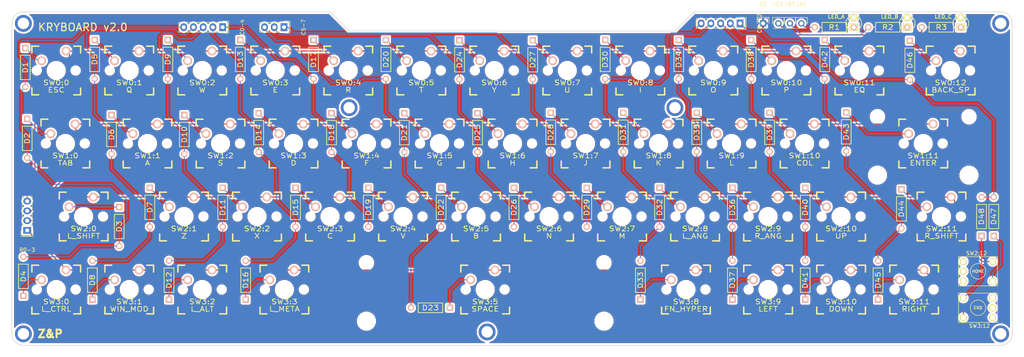
<source format=kicad_pcb>
(kicad_pcb (version 4) (host pcbnew 4.0.4-stable)
  (layers (0 F.Cu signal) (31 B.Cu signal) (34 B.Paste user) (35 F.Paste user) (36 B.SilkS user) (37 F.SilkS user) (38 B.Mask user) (39 F.Mask user) (44 Edge.Cuts user))
  (net 0 "")
  (net 1 /COL0)
  (net 2 "Net-(D1-Pad2)")
  (net 3 "Net-(D2-Pad2)")
  (net 4 "Net-(D3-Pad2)")
  (net 5 "Net-(D4-Pad2)")
  (net 6 /COL1)
  (net 7 "Net-(D5-Pad2)")
  (net 8 "Net-(D6-Pad2)")
  (net 9 "Net-(D7-Pad2)")
  (net 10 "Net-(D8-Pad2)")
  (net 11 /COL2)
  (net 12 "Net-(D9-Pad2)")
  (net 13 "Net-(D10-Pad2)")
  (net 14 "Net-(D11-Pad2)")
  (net 15 "Net-(D12-Pad2)")
  (net 16 /COL3)
  (net 17 "Net-(D13-Pad2)")
  (net 18 "Net-(D14-Pad2)")
  (net 19 "Net-(D15-Pad2)")
  (net 20 "Net-(D16-Pad2)")
  (net 21 /COL4)
  (net 22 "Net-(D17-Pad2)")
  (net 23 "Net-(D18-Pad2)")
  (net 24 "Net-(D19-Pad2)")
  (net 25 /COL5)
  (net 26 "Net-(D20-Pad2)")
  (net 27 "Net-(D21-Pad2)")
  (net 28 "Net-(D22-Pad2)")
  (net 29 "Net-(D23-Pad2)")
  (net 30 /COL6)
  (net 31 "Net-(D24-Pad2)")
  (net 32 "Net-(D25-Pad2)")
  (net 33 "Net-(D26-Pad2)")
  (net 34 /COL7)
  (net 35 "Net-(D27-Pad2)")
  (net 36 "Net-(D28-Pad2)")
  (net 37 "Net-(D29-Pad2)")
  (net 38 /COL8)
  (net 39 "Net-(D30-Pad2)")
  (net 40 "Net-(D31-Pad2)")
  (net 41 "Net-(D32-Pad2)")
  (net 42 "Net-(D33-Pad2)")
  (net 43 /COL9)
  (net 44 "Net-(D34-Pad2)")
  (net 45 "Net-(D35-Pad2)")
  (net 46 "Net-(D36-Pad2)")
  (net 47 "Net-(D37-Pad2)")
  (net 48 /COL10)
  (net 49 "Net-(D38-Pad2)")
  (net 50 "Net-(D39-Pad2)")
  (net 51 "Net-(D40-Pad2)")
  (net 52 "Net-(D41-Pad2)")
  (net 53 /COL11)
  (net 54 "Net-(D42-Pad2)")
  (net 55 "Net-(D43-Pad2)")
  (net 56 "Net-(D44-Pad2)")
  (net 57 "Net-(D45-Pad2)")
  (net 58 /COL12)
  (net 59 "Net-(D46-Pad2)")
  (net 60 "Net-(D47-Pad2)")
  (net 61 "Net-(D48-Pad2)")
  (net 62 GND)
  (net 63 "Net-(L1-Pad2)")
  (net 64 "Net-(L2-Pad2)")
  (net 65 "Net-(L3-Pad2)")
  (net 66 /ROW0)
  (net 67 /ROW1)
  (net 68 /ROW2)
  (net 69 /ROW3)
  (net 70 "Net-(LA1-Pad1)")
  (net 71 "Net-(LB1-Pad1)")
  (net 72 "Net-(LC1-Pad1)")
  (module Cherry_MX:DIODE (layer F.Cu) (at 20.5 63.5 90)
    (fp_text reference D1 (at 0 0 90) (layer F.SilkS) (effects (font (size 1.27 1.524) (thickness 0.2032))))
    (fp_text value D hide)
    (pad 1 thru_hole circle (at -5.08 0 90) (size 1.651 1.651) (drill 0.9906) (layers *.Cu *.SilkS *.Mask) (net 1 /COL0))
    (pad 2 thru_hole rect (at 5.08 0 90) (size 1.651 1.651) (drill 0.9906) (layers *.Cu *.SilkS *.Mask) (net 2 "Net-(D1-Pad2)"))
  )
  (module Cherry_MX:DIODE (layer F.Cu) (at 21 82 90)
    (fp_text reference D2 (at 0 0 90) (layer F.SilkS) (effects (font (size 1.27 1.524) (thickness 0.2032))))
    (fp_text value D hide)
    (pad 1 thru_hole circle (at -5.08 0 90) (size 1.651 1.651) (drill 0.9906) (layers *.Cu *.SilkS *.Mask) (net 1 /COL0))
    (pad 2 thru_hole rect (at 5.08 0 90) (size 1.651 1.651) (drill 0.9906) (layers *.Cu *.SilkS *.Mask) (net 3 "Net-(D2-Pad2)"))
  )
  (module Cherry_MX:DIODE (layer F.Cu) (at 45 105 90)
    (fp_text reference D3 (at 0 0 90) (layer F.SilkS) (effects (font (size 1.27 1.524) (thickness 0.2032))))
    (fp_text value D hide)
    (pad 1 thru_hole circle (at -5.08 0 90) (size 1.651 1.651) (drill 0.9906) (layers *.Cu *.SilkS *.Mask) (net 1 /COL0))
    (pad 2 thru_hole rect (at 5.08 0 90) (size 1.651 1.651) (drill 0.9906) (layers *.Cu *.SilkS *.Mask) (net 4 "Net-(D3-Pad2)"))
  )
  (module Cherry_MX:DIODE (layer F.Cu) (at 20 118 270)
    (fp_text reference D4 (at 0 0 270) (layer F.SilkS) (effects (font (size 1.27 1.524) (thickness 0.2032))))
    (fp_text value D hide)
    (pad 1 thru_hole circle (at -5.08 0 270) (size 1.651 1.651) (drill 0.9906) (layers *.Cu *.SilkS *.Mask) (net 1 /COL0))
    (pad 2 thru_hole rect (at 5.08 0 270) (size 1.651 1.651) (drill 0.9906) (layers *.Cu *.SilkS *.Mask) (net 5 "Net-(D4-Pad2)"))
  )
  (module Cherry_MX:DIODE (layer F.Cu) (at 38.6 61.4 90)
    (fp_text reference D5 (at 0 0 90) (layer F.SilkS) (effects (font (size 1.27 1.524) (thickness 0.2032))))
    (fp_text value D hide)
    (pad 1 thru_hole circle (at -5.08 0 90) (size 1.651 1.651) (drill 0.9906) (layers *.Cu *.SilkS *.Mask) (net 6 /COL1))
    (pad 2 thru_hole rect (at 5.08 0 90) (size 1.651 1.651) (drill 0.9906) (layers *.Cu *.SilkS *.Mask) (net 7 "Net-(D5-Pad2)"))
  )
  (module Cherry_MX:DIODE (layer F.Cu) (at 43 81 90)
    (fp_text reference D6 (at 0 0 90) (layer F.SilkS) (effects (font (size 1.27 1.524) (thickness 0.2032))))
    (fp_text value D hide)
    (pad 1 thru_hole circle (at -5.08 0 90) (size 1.651 1.651) (drill 0.9906) (layers *.Cu *.SilkS *.Mask) (net 6 /COL1))
    (pad 2 thru_hole rect (at 5.08 0 90) (size 1.651 1.651) (drill 0.9906) (layers *.Cu *.SilkS *.Mask) (net 8 "Net-(D6-Pad2)"))
  )
  (module Cherry_MX:DIODE (layer F.Cu) (at 53 100 90)
    (fp_text reference D7 (at 0 0 90) (layer F.SilkS) (effects (font (size 1.27 1.524) (thickness 0.2032))))
    (fp_text value D hide)
    (pad 1 thru_hole circle (at -5.08 0 90) (size 1.651 1.651) (drill 0.9906) (layers *.Cu *.SilkS *.Mask) (net 6 /COL1))
    (pad 2 thru_hole rect (at 5.08 0 90) (size 1.651 1.651) (drill 0.9906) (layers *.Cu *.SilkS *.Mask) (net 9 "Net-(D7-Pad2)"))
  )
  (module Cherry_MX:DIODE (layer F.Cu) (at 38 119 270)
    (fp_text reference D8 (at 0 0 270) (layer F.SilkS) (effects (font (size 1.27 1.524) (thickness 0.2032))))
    (fp_text value D hide)
    (pad 1 thru_hole circle (at -5.08 0 270) (size 1.651 1.651) (drill 0.9906) (layers *.Cu *.SilkS *.Mask) (net 6 /COL1))
    (pad 2 thru_hole rect (at 5.08 0 270) (size 1.651 1.651) (drill 0.9906) (layers *.Cu *.SilkS *.Mask) (net 10 "Net-(D8-Pad2)"))
  )
  (module Cherry_MX:DIODE (layer F.Cu) (at 57.7 61.4 90)
    (fp_text reference D9 (at 0 0 90) (layer F.SilkS) (effects (font (size 1.27 1.524) (thickness 0.2032))))
    (fp_text value D hide)
    (pad 1 thru_hole circle (at -5.08 0 90) (size 1.651 1.651) (drill 0.9906) (layers *.Cu *.SilkS *.Mask) (net 11 /COL2))
    (pad 2 thru_hole rect (at 5.08 0 90) (size 1.651 1.651) (drill 0.9906) (layers *.Cu *.SilkS *.Mask) (net 12 "Net-(D9-Pad2)"))
  )
  (module Cherry_MX:DIODE (layer F.Cu) (at 62 81 90)
    (fp_text reference D10 (at 0 0 90) (layer F.SilkS) (effects (font (size 1.27 1.524) (thickness 0.2032))))
    (fp_text value D hide)
    (pad 1 thru_hole circle (at -5.08 0 90) (size 1.651 1.651) (drill 0.9906) (layers *.Cu *.SilkS *.Mask) (net 11 /COL2))
    (pad 2 thru_hole rect (at 5.08 0 90) (size 1.651 1.651) (drill 0.9906) (layers *.Cu *.SilkS *.Mask) (net 13 "Net-(D10-Pad2)"))
  )
  (module Cherry_MX:DIODE (layer F.Cu) (at 72 100 90)
    (fp_text reference D11 (at 0 0 90) (layer F.SilkS) (effects (font (size 1.27 1.524) (thickness 0.2032))))
    (fp_text value D hide)
    (pad 1 thru_hole circle (at -5.08 0 90) (size 1.651 1.651) (drill 0.9906) (layers *.Cu *.SilkS *.Mask) (net 11 /COL2))
    (pad 2 thru_hole rect (at 5.08 0 90) (size 1.651 1.651) (drill 0.9906) (layers *.Cu *.SilkS *.Mask) (net 14 "Net-(D11-Pad2)"))
  )
  (module Cherry_MX:DIODE (layer F.Cu) (at 58 119 270)
    (fp_text reference D12 (at 0 0 270) (layer F.SilkS) (effects (font (size 1.27 1.524) (thickness 0.2032))))
    (fp_text value D hide)
    (pad 1 thru_hole circle (at -5.08 0 270) (size 1.651 1.651) (drill 0.9906) (layers *.Cu *.SilkS *.Mask) (net 11 /COL2))
    (pad 2 thru_hole rect (at 5.08 0 270) (size 1.651 1.651) (drill 0.9906) (layers *.Cu *.SilkS *.Mask) (net 15 "Net-(D12-Pad2)"))
  )
  (module Cherry_MX:DIODE (layer F.Cu) (at 76.6 61.4 90)
    (fp_text reference D13 (at 0 0 90) (layer F.SilkS) (effects (font (size 1.27 1.524) (thickness 0.2032))))
    (fp_text value D hide)
    (pad 1 thru_hole circle (at -5.08 0 90) (size 1.651 1.651) (drill 0.9906) (layers *.Cu *.SilkS *.Mask) (net 16 /COL3))
    (pad 2 thru_hole rect (at 5.08 0 90) (size 1.651 1.651) (drill 0.9906) (layers *.Cu *.SilkS *.Mask) (net 17 "Net-(D13-Pad2)"))
  )
  (module Cherry_MX:DIODE (layer F.Cu) (at 81.4 80.5 90)
    (fp_text reference D14 (at 0 0 90) (layer F.SilkS) (effects (font (size 1.27 1.524) (thickness 0.2032))))
    (fp_text value D hide)
    (pad 1 thru_hole circle (at -5.08 0 90) (size 1.651 1.651) (drill 0.9906) (layers *.Cu *.SilkS *.Mask) (net 16 /COL3))
    (pad 2 thru_hole rect (at 5.08 0 90) (size 1.651 1.651) (drill 0.9906) (layers *.Cu *.SilkS *.Mask) (net 18 "Net-(D14-Pad2)"))
  )
  (module Cherry_MX:DIODE (layer F.Cu) (at 91 100 90)
    (fp_text reference D15 (at 0 0 90) (layer F.SilkS) (effects (font (size 1.27 1.524) (thickness 0.2032))))
    (fp_text value D hide)
    (pad 1 thru_hole circle (at -5.08 0 90) (size 1.651 1.651) (drill 0.9906) (layers *.Cu *.SilkS *.Mask) (net 16 /COL3))
    (pad 2 thru_hole rect (at 5.08 0 90) (size 1.651 1.651) (drill 0.9906) (layers *.Cu *.SilkS *.Mask) (net 19 "Net-(D15-Pad2)"))
  )
  (module Cherry_MX:DIODE (layer F.Cu) (at 78 119 270)
    (fp_text reference D16 (at 0 0 270) (layer F.SilkS) (effects (font (size 1.27 1.524) (thickness 0.2032))))
    (fp_text value D hide)
    (pad 1 thru_hole circle (at -5.08 0 270) (size 1.651 1.651) (drill 0.9906) (layers *.Cu *.SilkS *.Mask) (net 16 /COL3))
    (pad 2 thru_hole rect (at 5.08 0 270) (size 1.651 1.651) (drill 0.9906) (layers *.Cu *.SilkS *.Mask) (net 20 "Net-(D16-Pad2)"))
  )
  (module Cherry_MX:DIODE (layer F.Cu) (at 95.7 61.4 90)
    (fp_text reference D17 (at 0 0 90) (layer F.SilkS) (effects (font (size 1.27 1.524) (thickness 0.2032))))
    (fp_text value D hide)
    (pad 1 thru_hole circle (at -5.08 0 90) (size 1.651 1.651) (drill 0.9906) (layers *.Cu *.SilkS *.Mask) (net 21 /COL4))
    (pad 2 thru_hole rect (at 5.08 0 90) (size 1.651 1.651) (drill 0.9906) (layers *.Cu *.SilkS *.Mask) (net 22 "Net-(D17-Pad2)"))
  )
  (module Cherry_MX:DIODE (layer F.Cu) (at 100.4 80.5 90)
    (fp_text reference D18 (at 0 0 90) (layer F.SilkS) (effects (font (size 1.27 1.524) (thickness 0.2032))))
    (fp_text value D hide)
    (pad 1 thru_hole circle (at -5.08 0 90) (size 1.651 1.651) (drill 0.9906) (layers *.Cu *.SilkS *.Mask) (net 21 /COL4))
    (pad 2 thru_hole rect (at 5.08 0 90) (size 1.651 1.651) (drill 0.9906) (layers *.Cu *.SilkS *.Mask) (net 23 "Net-(D18-Pad2)"))
  )
  (module Cherry_MX:DIODE (layer F.Cu) (at 110 100 90)
    (fp_text reference D19 (at 0 0 90) (layer F.SilkS) (effects (font (size 1.27 1.524) (thickness 0.2032))))
    (fp_text value D hide)
    (pad 1 thru_hole circle (at -5.08 0 90) (size 1.651 1.651) (drill 0.9906) (layers *.Cu *.SilkS *.Mask) (net 21 /COL4))
    (pad 2 thru_hole rect (at 5.08 0 90) (size 1.651 1.651) (drill 0.9906) (layers *.Cu *.SilkS *.Mask) (net 24 "Net-(D19-Pad2)"))
  )
  (module Cherry_MX:DIODE (layer F.Cu) (at 114.6 61.4 90)
    (fp_text reference D20 (at 0 0 90) (layer F.SilkS) (effects (font (size 1.27 1.524) (thickness 0.2032))))
    (fp_text value D hide)
    (pad 1 thru_hole circle (at -5.08 0 90) (size 1.651 1.651) (drill 0.9906) (layers *.Cu *.SilkS *.Mask) (net 25 /COL5))
    (pad 2 thru_hole rect (at 5.08 0 90) (size 1.651 1.651) (drill 0.9906) (layers *.Cu *.SilkS *.Mask) (net 26 "Net-(D20-Pad2)"))
  )
  (module Cherry_MX:DIODE (layer F.Cu) (at 119.4 80.5 90)
    (fp_text reference D21 (at 0 0 90) (layer F.SilkS) (effects (font (size 1.27 1.524) (thickness 0.2032))))
    (fp_text value D hide)
    (pad 1 thru_hole circle (at -5.08 0 90) (size 1.651 1.651) (drill 0.9906) (layers *.Cu *.SilkS *.Mask) (net 25 /COL5))
    (pad 2 thru_hole rect (at 5.08 0 90) (size 1.651 1.651) (drill 0.9906) (layers *.Cu *.SilkS *.Mask) (net 27 "Net-(D21-Pad2)"))
  )
  (module Cherry_MX:DIODE (layer F.Cu) (at 129 100 90)
    (fp_text reference D22 (at 0 0 90) (layer F.SilkS) (effects (font (size 1.27 1.524) (thickness 0.2032))))
    (fp_text value D hide)
    (pad 1 thru_hole circle (at -5.08 0 90) (size 1.651 1.651) (drill 0.9906) (layers *.Cu *.SilkS *.Mask) (net 25 /COL5))
    (pad 2 thru_hole rect (at 5.08 0 90) (size 1.651 1.651) (drill 0.9906) (layers *.Cu *.SilkS *.Mask) (net 28 "Net-(D22-Pad2)"))
  )
  (module Cherry_MX:DIODE (layer F.Cu) (at 126.20625 126.20625)
    (fp_text reference D23 (at 0 0) (layer F.SilkS) (effects (font (size 1.27 1.524) (thickness 0.2032))))
    (fp_text value D hide)
    (pad 1 thru_hole circle (at -5.08 0) (size 1.651 1.651) (drill 0.9906) (layers *.Cu *.SilkS *.Mask) (net 25 /COL5))
    (pad 2 thru_hole rect (at 5.08 0) (size 1.651 1.651) (drill 0.9906) (layers *.Cu *.SilkS *.Mask) (net 29 "Net-(D23-Pad2)"))
  )
  (module Cherry_MX:DIODE (layer F.Cu) (at 133.8 61.5 90)
    (fp_text reference D24 (at 0 0 90) (layer F.SilkS) (effects (font (size 1.27 1.524) (thickness 0.2032))))
    (fp_text value D hide)
    (pad 1 thru_hole circle (at -5.08 0 90) (size 1.651 1.651) (drill 0.9906) (layers *.Cu *.SilkS *.Mask) (net 30 /COL6))
    (pad 2 thru_hole rect (at 5.08 0 90) (size 1.651 1.651) (drill 0.9906) (layers *.Cu *.SilkS *.Mask) (net 31 "Net-(D24-Pad2)"))
  )
  (module Cherry_MX:DIODE (layer F.Cu) (at 138.5 80.5 90)
    (fp_text reference D25 (at 0 0 90) (layer F.SilkS) (effects (font (size 1.27 1.524) (thickness 0.2032))))
    (fp_text value D hide)
    (pad 1 thru_hole circle (at -5.08 0 90) (size 1.651 1.651) (drill 0.9906) (layers *.Cu *.SilkS *.Mask) (net 30 /COL6))
    (pad 2 thru_hole rect (at 5.08 0 90) (size 1.651 1.651) (drill 0.9906) (layers *.Cu *.SilkS *.Mask) (net 32 "Net-(D25-Pad2)"))
  )
  (module Cherry_MX:DIODE (layer F.Cu) (at 148 100 90)
    (fp_text reference D26 (at 0 0 90) (layer F.SilkS) (effects (font (size 1.27 1.524) (thickness 0.2032))))
    (fp_text value D hide)
    (pad 1 thru_hole circle (at -5.08 0 90) (size 1.651 1.651) (drill 0.9906) (layers *.Cu *.SilkS *.Mask) (net 30 /COL6))
    (pad 2 thru_hole rect (at 5.08 0 90) (size 1.651 1.651) (drill 0.9906) (layers *.Cu *.SilkS *.Mask) (net 33 "Net-(D26-Pad2)"))
  )
  (module Cherry_MX:DIODE (layer F.Cu) (at 152.9 61.5 90)
    (fp_text reference D27 (at 0 0 90) (layer F.SilkS) (effects (font (size 1.27 1.524) (thickness 0.2032))))
    (fp_text value D hide)
    (pad 1 thru_hole circle (at -5.08 0 90) (size 1.651 1.651) (drill 0.9906) (layers *.Cu *.SilkS *.Mask) (net 34 /COL7))
    (pad 2 thru_hole rect (at 5.08 0 90) (size 1.651 1.651) (drill 0.9906) (layers *.Cu *.SilkS *.Mask) (net 35 "Net-(D27-Pad2)"))
  )
  (module Cherry_MX:DIODE (layer F.Cu) (at 157.6 80.4 90)
    (fp_text reference D28 (at 0 0 90) (layer F.SilkS) (effects (font (size 1.27 1.524) (thickness 0.2032))))
    (fp_text value D hide)
    (pad 1 thru_hole circle (at -5.08 0 90) (size 1.651 1.651) (drill 0.9906) (layers *.Cu *.SilkS *.Mask) (net 34 /COL7))
    (pad 2 thru_hole rect (at 5.08 0 90) (size 1.651 1.651) (drill 0.9906) (layers *.Cu *.SilkS *.Mask) (net 36 "Net-(D28-Pad2)"))
  )
  (module Cherry_MX:DIODE (layer F.Cu) (at 167 100 90)
    (fp_text reference D29 (at 0 0 90) (layer F.SilkS) (effects (font (size 1.27 1.524) (thickness 0.2032))))
    (fp_text value D hide)
    (pad 1 thru_hole circle (at -5.08 0 90) (size 1.651 1.651) (drill 0.9906) (layers *.Cu *.SilkS *.Mask) (net 34 /COL7))
    (pad 2 thru_hole rect (at 5.08 0 90) (size 1.651 1.651) (drill 0.9906) (layers *.Cu *.SilkS *.Mask) (net 37 "Net-(D29-Pad2)"))
  )
  (module Cherry_MX:DIODE (layer F.Cu) (at 171.8 61.4 90)
    (fp_text reference D30 (at 0 0 90) (layer F.SilkS) (effects (font (size 1.27 1.524) (thickness 0.2032))))
    (fp_text value D hide)
    (pad 1 thru_hole circle (at -5.08 0 90) (size 1.651 1.651) (drill 0.9906) (layers *.Cu *.SilkS *.Mask) (net 38 /COL8))
    (pad 2 thru_hole rect (at 5.08 0 90) (size 1.651 1.651) (drill 0.9906) (layers *.Cu *.SilkS *.Mask) (net 39 "Net-(D30-Pad2)"))
  )
  (module Cherry_MX:DIODE (layer F.Cu) (at 176.5 80.4 90)
    (fp_text reference D31 (at 0 0 90) (layer F.SilkS) (effects (font (size 1.27 1.524) (thickness 0.2032))))
    (fp_text value D hide)
    (pad 1 thru_hole circle (at -5.08 0 90) (size 1.651 1.651) (drill 0.9906) (layers *.Cu *.SilkS *.Mask) (net 38 /COL8))
    (pad 2 thru_hole rect (at 5.08 0 90) (size 1.651 1.651) (drill 0.9906) (layers *.Cu *.SilkS *.Mask) (net 40 "Net-(D31-Pad2)"))
  )
  (module Cherry_MX:DIODE (layer F.Cu) (at 186 100 90)
    (fp_text reference D32 (at 0 0 90) (layer F.SilkS) (effects (font (size 1.27 1.524) (thickness 0.2032))))
    (fp_text value D hide)
    (pad 1 thru_hole circle (at -5.08 0 90) (size 1.651 1.651) (drill 0.9906) (layers *.Cu *.SilkS *.Mask) (net 38 /COL8))
    (pad 2 thru_hole rect (at 5.08 0 90) (size 1.651 1.651) (drill 0.9906) (layers *.Cu *.SilkS *.Mask) (net 41 "Net-(D32-Pad2)"))
  )
  (module Cherry_MX:DIODE (layer F.Cu) (at 181 119 270)
    (fp_text reference D33 (at 0 0 270) (layer F.SilkS) (effects (font (size 1.27 1.524) (thickness 0.2032))))
    (fp_text value D hide)
    (pad 1 thru_hole circle (at -5.08 0 270) (size 1.651 1.651) (drill 0.9906) (layers *.Cu *.SilkS *.Mask) (net 38 /COL8))
    (pad 2 thru_hole rect (at 5.08 0 270) (size 1.651 1.651) (drill 0.9906) (layers *.Cu *.SilkS *.Mask) (net 42 "Net-(D33-Pad2)"))
  )
  (module Cherry_MX:DIODE (layer F.Cu) (at 191 61.4 90)
    (fp_text reference D34 (at 0 0 90) (layer F.SilkS) (effects (font (size 1.27 1.524) (thickness 0.2032))))
    (fp_text value D hide)
    (pad 1 thru_hole circle (at -5.08 0 90) (size 1.651 1.651) (drill 0.9906) (layers *.Cu *.SilkS *.Mask) (net 43 /COL9))
    (pad 2 thru_hole rect (at 5.08 0 90) (size 1.651 1.651) (drill 0.9906) (layers *.Cu *.SilkS *.Mask) (net 44 "Net-(D34-Pad2)"))
  )
  (module Cherry_MX:DIODE (layer F.Cu) (at 195.7 80.4 90)
    (fp_text reference D35 (at 0 0 90) (layer F.SilkS) (effects (font (size 1.27 1.524) (thickness 0.2032))))
    (fp_text value D hide)
    (pad 1 thru_hole circle (at -5.08 0 90) (size 1.651 1.651) (drill 0.9906) (layers *.Cu *.SilkS *.Mask) (net 43 /COL9))
    (pad 2 thru_hole rect (at 5.08 0 90) (size 1.651 1.651) (drill 0.9906) (layers *.Cu *.SilkS *.Mask) (net 45 "Net-(D35-Pad2)"))
  )
  (module Cherry_MX:DIODE (layer F.Cu) (at 205 100 90)
    (fp_text reference D36 (at 0 0 90) (layer F.SilkS) (effects (font (size 1.27 1.524) (thickness 0.2032))))
    (fp_text value D hide)
    (pad 1 thru_hole circle (at -5.08 0 90) (size 1.651 1.651) (drill 0.9906) (layers *.Cu *.SilkS *.Mask) (net 43 /COL9))
    (pad 2 thru_hole rect (at 5.08 0 90) (size 1.651 1.651) (drill 0.9906) (layers *.Cu *.SilkS *.Mask) (net 46 "Net-(D36-Pad2)"))
  )
  (module Cherry_MX:DIODE (layer F.Cu) (at 205 119 270)
    (fp_text reference D37 (at 0 0 270) (layer F.SilkS) (effects (font (size 1.27 1.524) (thickness 0.2032))))
    (fp_text value D hide)
    (pad 1 thru_hole circle (at -5.08 0 270) (size 1.651 1.651) (drill 0.9906) (layers *.Cu *.SilkS *.Mask) (net 43 /COL9))
    (pad 2 thru_hole rect (at 5.08 0 270) (size 1.651 1.651) (drill 0.9906) (layers *.Cu *.SilkS *.Mask) (net 47 "Net-(D37-Pad2)"))
  )
  (module Cherry_MX:DIODE (layer F.Cu) (at 209.9 61.4 90)
    (fp_text reference D38 (at 0 0 90) (layer F.SilkS) (effects (font (size 1.27 1.524) (thickness 0.2032))))
    (fp_text value D hide)
    (pad 1 thru_hole circle (at -5.08 0 90) (size 1.651 1.651) (drill 0.9906) (layers *.Cu *.SilkS *.Mask) (net 48 /COL10))
    (pad 2 thru_hole rect (at 5.08 0 90) (size 1.651 1.651) (drill 0.9906) (layers *.Cu *.SilkS *.Mask) (net 49 "Net-(D38-Pad2)"))
  )
  (module Cherry_MX:DIODE (layer F.Cu) (at 214.7 80.4 90)
    (fp_text reference D39 (at 0 0 90) (layer F.SilkS) (effects (font (size 1.27 1.524) (thickness 0.2032))))
    (fp_text value D hide)
    (pad 1 thru_hole circle (at -5.08 0 90) (size 1.651 1.651) (drill 0.9906) (layers *.Cu *.SilkS *.Mask) (net 48 /COL10))
    (pad 2 thru_hole rect (at 5.08 0 90) (size 1.651 1.651) (drill 0.9906) (layers *.Cu *.SilkS *.Mask) (net 50 "Net-(D39-Pad2)"))
  )
  (module Cherry_MX:DIODE (layer F.Cu) (at 224 100 90)
    (fp_text reference D40 (at 0 0 90) (layer F.SilkS) (effects (font (size 1.27 1.524) (thickness 0.2032))))
    (fp_text value D hide)
    (pad 1 thru_hole circle (at -5.08 0 90) (size 1.651 1.651) (drill 0.9906) (layers *.Cu *.SilkS *.Mask) (net 48 /COL10))
    (pad 2 thru_hole rect (at 5.08 0 90) (size 1.651 1.651) (drill 0.9906) (layers *.Cu *.SilkS *.Mask) (net 51 "Net-(D40-Pad2)"))
  )
  (module Cherry_MX:DIODE (layer F.Cu) (at 224 119 270)
    (fp_text reference D41 (at 0 0 270) (layer F.SilkS) (effects (font (size 1.27 1.524) (thickness 0.2032))))
    (fp_text value D hide)
    (pad 1 thru_hole circle (at -5.08 0 270) (size 1.651 1.651) (drill 0.9906) (layers *.Cu *.SilkS *.Mask) (net 48 /COL10))
    (pad 2 thru_hole rect (at 5.08 0 270) (size 1.651 1.651) (drill 0.9906) (layers *.Cu *.SilkS *.Mask) (net 52 "Net-(D41-Pad2)"))
  )
  (module Cherry_MX:DIODE (layer F.Cu) (at 229.1 61.4 90)
    (fp_text reference D42 (at 0 0 90) (layer F.SilkS) (effects (font (size 1.27 1.524) (thickness 0.2032))))
    (fp_text value D hide)
    (pad 1 thru_hole circle (at -5.08 0 90) (size 1.651 1.651) (drill 0.9906) (layers *.Cu *.SilkS *.Mask) (net 53 /COL11))
    (pad 2 thru_hole rect (at 5.08 0 90) (size 1.651 1.651) (drill 0.9906) (layers *.Cu *.SilkS *.Mask) (net 54 "Net-(D42-Pad2)"))
  )
  (module Cherry_MX:DIODE (layer F.Cu) (at 234.7 80.3 90)
    (fp_text reference D43 (at 0 0 90) (layer F.SilkS) (effects (font (size 1.27 1.524) (thickness 0.2032))))
    (fp_text value D hide)
    (pad 1 thru_hole circle (at -5.08 0 90) (size 1.651 1.651) (drill 0.9906) (layers *.Cu *.SilkS *.Mask) (net 53 /COL11))
    (pad 2 thru_hole rect (at 5.08 0 90) (size 1.651 1.651) (drill 0.9906) (layers *.Cu *.SilkS *.Mask) (net 55 "Net-(D43-Pad2)"))
  )
  (module Cherry_MX:DIODE (layer F.Cu) (at 249.1 100.4 90)
    (fp_text reference D44 (at 0 0 90) (layer F.SilkS) (effects (font (size 1.27 1.524) (thickness 0.2032))))
    (fp_text value D hide)
    (pad 1 thru_hole circle (at -5.08 0 90) (size 1.651 1.651) (drill 0.9906) (layers *.Cu *.SilkS *.Mask) (net 53 /COL11))
    (pad 2 thru_hole rect (at 5.08 0 90) (size 1.651 1.651) (drill 0.9906) (layers *.Cu *.SilkS *.Mask) (net 56 "Net-(D44-Pad2)"))
  )
  (module Cherry_MX:DIODE (layer F.Cu) (at 243 119 270)
    (fp_text reference D45 (at 0 0 270) (layer F.SilkS) (effects (font (size 1.27 1.524) (thickness 0.2032))))
    (fp_text value D hide)
    (pad 1 thru_hole circle (at -5.08 0 270) (size 1.651 1.651) (drill 0.9906) (layers *.Cu *.SilkS *.Mask) (net 53 /COL11))
    (pad 2 thru_hole rect (at 5.08 0 270) (size 1.651 1.651) (drill 0.9906) (layers *.Cu *.SilkS *.Mask) (net 57 "Net-(D45-Pad2)"))
  )
  (module Cherry_MX:DIODE (layer F.Cu) (at 251.3 61.6 90)
    (fp_text reference D46 (at 0 0 90) (layer F.SilkS) (effects (font (size 1.27 1.524) (thickness 0.2032))))
    (fp_text value D hide)
    (pad 1 thru_hole circle (at -5.08 0 90) (size 1.651 1.651) (drill 0.9906) (layers *.Cu *.SilkS *.Mask) (net 58 /COL12))
    (pad 2 thru_hole rect (at 5.08 0 90) (size 1.651 1.651) (drill 0.9906) (layers *.Cu *.SilkS *.Mask) (net 59 "Net-(D46-Pad2)"))
  )
  (module Cherry_MX:DIODE (layer F.Cu) (at 273.2 102.4 270)
    (fp_text reference D47 (at 0 0 270) (layer F.SilkS) (effects (font (size 1.27 1.524) (thickness 0.2032))))
    (fp_text value D hide)
    (pad 1 thru_hole circle (at -5.08 0 270) (size 1.651 1.651) (drill 0.9906) (layers *.Cu *.SilkS *.Mask) (net 58 /COL12))
    (pad 2 thru_hole rect (at 5.08 0 270) (size 1.651 1.651) (drill 0.9906) (layers *.Cu *.SilkS *.Mask) (net 60 "Net-(D47-Pad2)"))
  )
  (module Cherry_MX:DIODE (layer F.Cu) (at 270 102.4 270)
    (fp_text reference D48 (at 0 0 270) (layer F.SilkS) (effects (font (size 1.27 1.524) (thickness 0.2032))))
    (fp_text value D hide)
    (pad 1 thru_hole circle (at -5.08 0 270) (size 1.651 1.651) (drill 0.9906) (layers *.Cu *.SilkS *.Mask) (net 58 /COL12))
    (pad 2 thru_hole rect (at 5.08 0 270) (size 1.651 1.651) (drill 0.9906) (layers *.Cu *.SilkS *.Mask) (net 61 "Net-(D48-Pad2)"))
  )
  (module Cherry_MX:LED_3MM (layer F.Cu) (at 236.64875 51.735 270)
    (fp_text reference L1 hide)
    (fp_text value LED_A (at -1.524 4.572 360) (layer F.SilkS) (effects (font (thickness 0.2032))))
    (pad 1 thru_hole oval (at -1.27 0 270) (size 1.905 2.159) (drill 0.9906) (layers *.Cu F.Paste F.SilkS F.Mask) (net 62 GND))
    (pad 2 thru_hole rect (at 1.27 0 270) (size 1.905 2.159) (drill 0.9906) (layers *.Cu F.Paste F.SilkS F.Mask) (net 63 "Net-(L1-Pad2)"))
  )
  (module Cherry_MX:LED_3MM (layer F.Cu) (at 250.61875 51.735 270)
    (fp_text reference L2 hide)
    (fp_text value LED_B (at -1.524 4.572 360) (layer F.SilkS) (effects (font (thickness 0.2032))))
    (pad 1 thru_hole oval (at -1.27 0 270) (size 1.905 2.159) (drill 0.9906) (layers *.Cu F.Paste F.SilkS F.Mask) (net 62 GND))
    (pad 2 thru_hole rect (at 1.27 0 270) (size 1.905 2.159) (drill 0.9906) (layers *.Cu F.Paste F.SilkS F.Mask) (net 64 "Net-(L2-Pad2)"))
  )
  (module Cherry_MX:LED_3MM (layer F.Cu) (at 264.58875 51.735 270)
    (fp_text reference L3 hide)
    (fp_text value LED_C (at -1.524 4.572 360) (layer F.SilkS) (effects (font (thickness 0.2032))))
    (pad 1 thru_hole oval (at -1.27 0 270) (size 1.905 2.159) (drill 0.9906) (layers *.Cu F.Paste F.SilkS F.Mask) (net 62 GND))
    (pad 2 thru_hole rect (at 1.27 0 270) (size 1.905 2.159) (drill 0.9906) (layers *.Cu F.Paste F.SilkS F.Mask) (net 65 "Net-(L3-Pad2)"))
  )
  (module Cherry_MX:RESISTOR (layer F.Cu) (at 231.56875 53.005)
    (fp_text reference R1 (at 0 0) (layer F.SilkS) (effects (font (size 1.27 1.524) (thickness 0.2032))))
    (fp_text value R_A hide)
    (pad 1 thru_hole circle (at -5.08 0) (size 1.651 1.651) (drill 0.9906) (layers *.Cu *.SilkS *.Mask) (net 70 "Net-(LA1-Pad1)"))
    (pad 2 thru_hole circle (at 5.08 0) (size 1.651 1.651) (drill 0.9906) (layers *.Cu *.SilkS *.Mask) (net 63 "Net-(L1-Pad2)"))
  )
  (module Cherry_MX:RESISTOR (layer F.Cu) (at 245.53875 53.005)
    (fp_text reference R2 (at 0 0) (layer F.SilkS) (effects (font (size 1.27 1.524) (thickness 0.2032))))
    (fp_text value R_B hide)
    (pad 1 thru_hole circle (at -5.08 0) (size 1.651 1.651) (drill 0.9906) (layers *.Cu *.SilkS *.Mask) (net 71 "Net-(LB1-Pad1)"))
    (pad 2 thru_hole circle (at 5.08 0) (size 1.651 1.651) (drill 0.9906) (layers *.Cu *.SilkS *.Mask) (net 64 "Net-(L2-Pad2)"))
  )
  (module Cherry_MX:RESISTOR (layer F.Cu) (at 259.50875 53.005)
    (fp_text reference R3 (at 0 0) (layer F.SilkS) (effects (font (size 1.27 1.524) (thickness 0.2032))))
    (fp_text value R_C hide)
    (pad 1 thru_hole circle (at -5.08 0) (size 1.651 1.651) (drill 0.9906) (layers *.Cu *.SilkS *.Mask) (net 72 "Net-(LC1-Pad1)"))
    (pad 2 thru_hole circle (at 5.08 0) (size 1.651 1.651) (drill 0.9906) (layers *.Cu *.SilkS *.Mask) (net 65 "Net-(L3-Pad2)"))
  )
  (module Cherry_MX:CHERRY_PCB_100H (layer F.Cu) (at 28.575 64.29375)
    (fp_text reference SW0:0 (at 0 3.175) (layer F.SilkS) (effects (font (size 1.27 1.524) (thickness 0.2032))))
    (fp_text value ESC (at 0 5.08) (layer F.SilkS) (effects (font (size 1.27 1.524) (thickness 0.2032))))
    (pad 1 thru_hole circle (at 2.54 -5.08) (size 2.286 2.286) (drill 1.4986) (layers *.Cu *.SilkS *.Mask) (net 66 /ROW0))
    (pad 2 thru_hole circle (at -3.81 -2.54) (size 2.286 2.286) (drill 1.4986) (layers *.Cu *.SilkS *.Mask) (net 2 "Net-(D1-Pad2)"))
    (pad HOLE np_thru_hole circle (at 0 0) (size 3.9878 3.9878) (drill 3.9878) (layers *.Cu))
    (pad HOLE np_thru_hole circle (at -5.08 0) (size 1.7018 1.7018) (drill 1.7018) (layers *.Cu))
    (pad HOLE np_thru_hole circle (at 5.08 0) (size 1.7018 1.7018) (drill 1.7018) (layers *.Cu))
  )
  (module Cherry_MX:CHERRY_PCB_100H (layer F.Cu) (at 47.625 64.29375)
    (fp_text reference SW0:1 (at 0 3.175) (layer F.SilkS) (effects (font (size 1.27 1.524) (thickness 0.2032))))
    (fp_text value Q (at 0 5.08) (layer F.SilkS) (effects (font (size 1.27 1.524) (thickness 0.2032))))
    (pad 1 thru_hole circle (at 2.54 -5.08) (size 2.286 2.286) (drill 1.4986) (layers *.Cu *.SilkS *.Mask) (net 66 /ROW0))
    (pad 2 thru_hole circle (at -3.81 -2.54) (size 2.286 2.286) (drill 1.4986) (layers *.Cu *.SilkS *.Mask) (net 7 "Net-(D5-Pad2)"))
    (pad HOLE np_thru_hole circle (at 0 0) (size 3.9878 3.9878) (drill 3.9878) (layers *.Cu))
    (pad HOLE np_thru_hole circle (at -5.08 0) (size 1.7018 1.7018) (drill 1.7018) (layers *.Cu))
    (pad HOLE np_thru_hole circle (at 5.08 0) (size 1.7018 1.7018) (drill 1.7018) (layers *.Cu))
  )
  (module Cherry_MX:CHERRY_PCB_100H (layer F.Cu) (at 66.675 64.29375)
    (fp_text reference SW0:2 (at 0 3.175) (layer F.SilkS) (effects (font (size 1.27 1.524) (thickness 0.2032))))
    (fp_text value W (at 0 5.08) (layer F.SilkS) (effects (font (size 1.27 1.524) (thickness 0.2032))))
    (pad 1 thru_hole circle (at 2.54 -5.08) (size 2.286 2.286) (drill 1.4986) (layers *.Cu *.SilkS *.Mask) (net 66 /ROW0))
    (pad 2 thru_hole circle (at -3.81 -2.54) (size 2.286 2.286) (drill 1.4986) (layers *.Cu *.SilkS *.Mask) (net 12 "Net-(D9-Pad2)"))
    (pad HOLE np_thru_hole circle (at 0 0) (size 3.9878 3.9878) (drill 3.9878) (layers *.Cu))
    (pad HOLE np_thru_hole circle (at -5.08 0) (size 1.7018 1.7018) (drill 1.7018) (layers *.Cu))
    (pad HOLE np_thru_hole circle (at 5.08 0) (size 1.7018 1.7018) (drill 1.7018) (layers *.Cu))
  )
  (module Cherry_MX:CHERRY_PCB_100H (layer F.Cu) (at 85.725 64.29375)
    (fp_text reference SW0:3 (at 0 3.175) (layer F.SilkS) (effects (font (size 1.27 1.524) (thickness 0.2032))))
    (fp_text value E (at 0 5.08) (layer F.SilkS) (effects (font (size 1.27 1.524) (thickness 0.2032))))
    (pad 1 thru_hole circle (at 2.54 -5.08) (size 2.286 2.286) (drill 1.4986) (layers *.Cu *.SilkS *.Mask) (net 66 /ROW0))
    (pad 2 thru_hole circle (at -3.81 -2.54) (size 2.286 2.286) (drill 1.4986) (layers *.Cu *.SilkS *.Mask) (net 17 "Net-(D13-Pad2)"))
    (pad HOLE np_thru_hole circle (at 0 0) (size 3.9878 3.9878) (drill 3.9878) (layers *.Cu))
    (pad HOLE np_thru_hole circle (at -5.08 0) (size 1.7018 1.7018) (drill 1.7018) (layers *.Cu))
    (pad HOLE np_thru_hole circle (at 5.08 0) (size 1.7018 1.7018) (drill 1.7018) (layers *.Cu))
  )
  (module Cherry_MX:CHERRY_PCB_100H (layer F.Cu) (at 104.775 64.29375)
    (fp_text reference SW0:4 (at 0 3.175) (layer F.SilkS) (effects (font (size 1.27 1.524) (thickness 0.2032))))
    (fp_text value R (at 0 5.08) (layer F.SilkS) (effects (font (size 1.27 1.524) (thickness 0.2032))))
    (pad 1 thru_hole circle (at 2.54 -5.08) (size 2.286 2.286) (drill 1.4986) (layers *.Cu *.SilkS *.Mask) (net 66 /ROW0))
    (pad 2 thru_hole circle (at -3.81 -2.54) (size 2.286 2.286) (drill 1.4986) (layers *.Cu *.SilkS *.Mask) (net 22 "Net-(D17-Pad2)"))
    (pad HOLE np_thru_hole circle (at 0 0) (size 3.9878 3.9878) (drill 3.9878) (layers *.Cu))
    (pad HOLE np_thru_hole circle (at -5.08 0) (size 1.7018 1.7018) (drill 1.7018) (layers *.Cu))
    (pad HOLE np_thru_hole circle (at 5.08 0) (size 1.7018 1.7018) (drill 1.7018) (layers *.Cu))
  )
  (module Cherry_MX:CHERRY_PCB_100H (layer F.Cu) (at 123.825 64.29375)
    (fp_text reference SW0:5 (at 0 3.175) (layer F.SilkS) (effects (font (size 1.27 1.524) (thickness 0.2032))))
    (fp_text value T (at 0 5.08) (layer F.SilkS) (effects (font (size 1.27 1.524) (thickness 0.2032))))
    (pad 1 thru_hole circle (at 2.54 -5.08) (size 2.286 2.286) (drill 1.4986) (layers *.Cu *.SilkS *.Mask) (net 66 /ROW0))
    (pad 2 thru_hole circle (at -3.81 -2.54) (size 2.286 2.286) (drill 1.4986) (layers *.Cu *.SilkS *.Mask) (net 26 "Net-(D20-Pad2)"))
    (pad HOLE np_thru_hole circle (at 0 0) (size 3.9878 3.9878) (drill 3.9878) (layers *.Cu))
    (pad HOLE np_thru_hole circle (at -5.08 0) (size 1.7018 1.7018) (drill 1.7018) (layers *.Cu))
    (pad HOLE np_thru_hole circle (at 5.08 0) (size 1.7018 1.7018) (drill 1.7018) (layers *.Cu))
  )
  (module Cherry_MX:CHERRY_PCB_100H (layer F.Cu) (at 142.875 64.29375)
    (fp_text reference SW0:6 (at 0 3.175) (layer F.SilkS) (effects (font (size 1.27 1.524) (thickness 0.2032))))
    (fp_text value Y (at 0 5.08) (layer F.SilkS) (effects (font (size 1.27 1.524) (thickness 0.2032))))
    (pad 1 thru_hole circle (at 2.54 -5.08) (size 2.286 2.286) (drill 1.4986) (layers *.Cu *.SilkS *.Mask) (net 66 /ROW0))
    (pad 2 thru_hole circle (at -3.81 -2.54) (size 2.286 2.286) (drill 1.4986) (layers *.Cu *.SilkS *.Mask) (net 31 "Net-(D24-Pad2)"))
    (pad HOLE np_thru_hole circle (at 0 0) (size 3.9878 3.9878) (drill 3.9878) (layers *.Cu))
    (pad HOLE np_thru_hole circle (at -5.08 0) (size 1.7018 1.7018) (drill 1.7018) (layers *.Cu))
    (pad HOLE np_thru_hole circle (at 5.08 0) (size 1.7018 1.7018) (drill 1.7018) (layers *.Cu))
  )
  (module Cherry_MX:CHERRY_PCB_100H (layer F.Cu) (at 161.925 64.29375)
    (fp_text reference SW0:7 (at 0 3.175) (layer F.SilkS) (effects (font (size 1.27 1.524) (thickness 0.2032))))
    (fp_text value U (at 0 5.08) (layer F.SilkS) (effects (font (size 1.27 1.524) (thickness 0.2032))))
    (pad 1 thru_hole circle (at 2.54 -5.08) (size 2.286 2.286) (drill 1.4986) (layers *.Cu *.SilkS *.Mask) (net 66 /ROW0))
    (pad 2 thru_hole circle (at -3.81 -2.54) (size 2.286 2.286) (drill 1.4986) (layers *.Cu *.SilkS *.Mask) (net 35 "Net-(D27-Pad2)"))
    (pad HOLE np_thru_hole circle (at 0 0) (size 3.9878 3.9878) (drill 3.9878) (layers *.Cu))
    (pad HOLE np_thru_hole circle (at -5.08 0) (size 1.7018 1.7018) (drill 1.7018) (layers *.Cu))
    (pad HOLE np_thru_hole circle (at 5.08 0) (size 1.7018 1.7018) (drill 1.7018) (layers *.Cu))
  )
  (module Cherry_MX:CHERRY_PCB_100H (layer F.Cu) (at 180.975 64.29375)
    (fp_text reference SW0:8 (at 0 3.175) (layer F.SilkS) (effects (font (size 1.27 1.524) (thickness 0.2032))))
    (fp_text value I (at 0 5.08) (layer F.SilkS) (effects (font (size 1.27 1.524) (thickness 0.2032))))
    (pad 1 thru_hole circle (at 2.54 -5.08) (size 2.286 2.286) (drill 1.4986) (layers *.Cu *.SilkS *.Mask) (net 66 /ROW0))
    (pad 2 thru_hole circle (at -3.81 -2.54) (size 2.286 2.286) (drill 1.4986) (layers *.Cu *.SilkS *.Mask) (net 39 "Net-(D30-Pad2)"))
    (pad HOLE np_thru_hole circle (at 0 0) (size 3.9878 3.9878) (drill 3.9878) (layers *.Cu))
    (pad HOLE np_thru_hole circle (at -5.08 0) (size 1.7018 1.7018) (drill 1.7018) (layers *.Cu))
    (pad HOLE np_thru_hole circle (at 5.08 0) (size 1.7018 1.7018) (drill 1.7018) (layers *.Cu))
  )
  (module Cherry_MX:CHERRY_PCB_100H (layer F.Cu) (at 200.025 64.29375)
    (fp_text reference SW0:9 (at 0 3.175) (layer F.SilkS) (effects (font (size 1.27 1.524) (thickness 0.2032))))
    (fp_text value O (at 0 5.08) (layer F.SilkS) (effects (font (size 1.27 1.524) (thickness 0.2032))))
    (pad 1 thru_hole circle (at 2.54 -5.08) (size 2.286 2.286) (drill 1.4986) (layers *.Cu *.SilkS *.Mask) (net 66 /ROW0))
    (pad 2 thru_hole circle (at -3.81 -2.54) (size 2.286 2.286) (drill 1.4986) (layers *.Cu *.SilkS *.Mask) (net 44 "Net-(D34-Pad2)"))
    (pad HOLE np_thru_hole circle (at 0 0) (size 3.9878 3.9878) (drill 3.9878) (layers *.Cu))
    (pad HOLE np_thru_hole circle (at -5.08 0) (size 1.7018 1.7018) (drill 1.7018) (layers *.Cu))
    (pad HOLE np_thru_hole circle (at 5.08 0) (size 1.7018 1.7018) (drill 1.7018) (layers *.Cu))
  )
  (module Cherry_MX:CHERRY_PCB_100H (layer F.Cu) (at 219.075 64.29375)
    (fp_text reference SW0:10 (at 0 3.175) (layer F.SilkS) (effects (font (size 1.27 1.524) (thickness 0.2032))))
    (fp_text value P (at 0 5.08) (layer F.SilkS) (effects (font (size 1.27 1.524) (thickness 0.2032))))
    (pad 1 thru_hole circle (at 2.54 -5.08) (size 2.286 2.286) (drill 1.4986) (layers *.Cu *.SilkS *.Mask) (net 66 /ROW0))
    (pad 2 thru_hole circle (at -3.81 -2.54) (size 2.286 2.286) (drill 1.4986) (layers *.Cu *.SilkS *.Mask) (net 49 "Net-(D38-Pad2)"))
    (pad HOLE np_thru_hole circle (at 0 0) (size 3.9878 3.9878) (drill 3.9878) (layers *.Cu))
    (pad HOLE np_thru_hole circle (at -5.08 0) (size 1.7018 1.7018) (drill 1.7018) (layers *.Cu))
    (pad HOLE np_thru_hole circle (at 5.08 0) (size 1.7018 1.7018) (drill 1.7018) (layers *.Cu))
  )
  (module Cherry_MX:CHERRY_PCB_100H (layer F.Cu) (at 238.125 64.29375)
    (fp_text reference SW0:11 (at 0 3.175) (layer F.SilkS) (effects (font (size 1.27 1.524) (thickness 0.2032))))
    (fp_text value EQ (at 0 5.08) (layer F.SilkS) (effects (font (size 1.27 1.524) (thickness 0.2032))))
    (pad 1 thru_hole circle (at 2.54 -5.08) (size 2.286 2.286) (drill 1.4986) (layers *.Cu *.SilkS *.Mask) (net 66 /ROW0))
    (pad 2 thru_hole circle (at -3.81 -2.54) (size 2.286 2.286) (drill 1.4986) (layers *.Cu *.SilkS *.Mask) (net 54 "Net-(D42-Pad2)"))
    (pad HOLE np_thru_hole circle (at 0 0) (size 3.9878 3.9878) (drill 3.9878) (layers *.Cu))
    (pad HOLE np_thru_hole circle (at -5.08 0) (size 1.7018 1.7018) (drill 1.7018) (layers *.Cu))
    (pad HOLE np_thru_hole circle (at 5.08 0) (size 1.7018 1.7018) (drill 1.7018) (layers *.Cu))
  )
  (module Cherry_MX:CHERRY_PCB_150H (layer F.Cu) (at 261.9375 64.29375)
    (fp_text reference SW0:12 (at 0 3.175) (layer F.SilkS) (effects (font (size 1.27 1.524) (thickness 0.2032))))
    (fp_text value BACK_SP (at 0 5.08) (layer F.SilkS) (effects (font (size 1.27 1.524) (thickness 0.2032))))
    (pad 1 thru_hole circle (at 2.54 -5.08) (size 2.286 2.286) (drill 1.4986) (layers *.Cu *.SilkS *.Mask) (net 66 /ROW0))
    (pad 2 thru_hole circle (at -3.81 -2.54) (size 2.286 2.286) (drill 1.4986) (layers *.Cu *.SilkS *.Mask) (net 59 "Net-(D46-Pad2)"))
    (pad HOLE np_thru_hole circle (at 0 0) (size 3.9878 3.9878) (drill 3.9878) (layers *.Cu))
    (pad HOLE np_thru_hole circle (at -5.08 0) (size 1.7018 1.7018) (drill 1.7018) (layers *.Cu))
    (pad HOLE np_thru_hole circle (at 5.08 0) (size 1.7018 1.7018) (drill 1.7018) (layers *.Cu))
  )
  (module Cherry_MX:CHERRY_PCB_125H (layer F.Cu) (at 30.95625 83.34375)
    (fp_text reference SW1:0 (at 0 3.175) (layer F.SilkS) (effects (font (size 1.27 1.524) (thickness 0.2032))))
    (fp_text value TAB (at 0 5.08) (layer F.SilkS) (effects (font (size 1.27 1.524) (thickness 0.2032))))
    (pad 1 thru_hole circle (at 2.54 -5.08) (size 2.286 2.286) (drill 1.4986) (layers *.Cu *.SilkS *.Mask) (net 67 /ROW1))
    (pad 2 thru_hole circle (at -3.81 -2.54) (size 2.286 2.286) (drill 1.4986) (layers *.Cu *.SilkS *.Mask) (net 3 "Net-(D2-Pad2)"))
    (pad HOLE np_thru_hole circle (at 0 0) (size 3.9878 3.9878) (drill 3.9878) (layers *.Cu))
    (pad HOLE np_thru_hole circle (at -5.08 0) (size 1.7018 1.7018) (drill 1.7018) (layers *.Cu))
    (pad HOLE np_thru_hole circle (at 5.08 0) (size 1.7018 1.7018) (drill 1.7018) (layers *.Cu))
  )
  (module Cherry_MX:CHERRY_PCB_100H (layer F.Cu) (at 52.3875 83.34375)
    (fp_text reference SW1:1 (at 0 3.175) (layer F.SilkS) (effects (font (size 1.27 1.524) (thickness 0.2032))))
    (fp_text value A (at 0 5.08) (layer F.SilkS) (effects (font (size 1.27 1.524) (thickness 0.2032))))
    (pad 1 thru_hole circle (at 2.54 -5.08) (size 2.286 2.286) (drill 1.4986) (layers *.Cu *.SilkS *.Mask) (net 67 /ROW1))
    (pad 2 thru_hole circle (at -3.81 -2.54) (size 2.286 2.286) (drill 1.4986) (layers *.Cu *.SilkS *.Mask) (net 8 "Net-(D6-Pad2)"))
    (pad HOLE np_thru_hole circle (at 0 0) (size 3.9878 3.9878) (drill 3.9878) (layers *.Cu))
    (pad HOLE np_thru_hole circle (at -5.08 0) (size 1.7018 1.7018) (drill 1.7018) (layers *.Cu))
    (pad HOLE np_thru_hole circle (at 5.08 0) (size 1.7018 1.7018) (drill 1.7018) (layers *.Cu))
  )
  (module Cherry_MX:CHERRY_PCB_100H (layer F.Cu) (at 71.4375 83.34375)
    (fp_text reference SW1:2 (at 0 3.175) (layer F.SilkS) (effects (font (size 1.27 1.524) (thickness 0.2032))))
    (fp_text value S (at 0 5.08) (layer F.SilkS) (effects (font (size 1.27 1.524) (thickness 0.2032))))
    (pad 1 thru_hole circle (at 2.54 -5.08) (size 2.286 2.286) (drill 1.4986) (layers *.Cu *.SilkS *.Mask) (net 67 /ROW1))
    (pad 2 thru_hole circle (at -3.81 -2.54) (size 2.286 2.286) (drill 1.4986) (layers *.Cu *.SilkS *.Mask) (net 13 "Net-(D10-Pad2)"))
    (pad HOLE np_thru_hole circle (at 0 0) (size 3.9878 3.9878) (drill 3.9878) (layers *.Cu))
    (pad HOLE np_thru_hole circle (at -5.08 0) (size 1.7018 1.7018) (drill 1.7018) (layers *.Cu))
    (pad HOLE np_thru_hole circle (at 5.08 0) (size 1.7018 1.7018) (drill 1.7018) (layers *.Cu))
  )
  (module Cherry_MX:CHERRY_PCB_100H (layer F.Cu) (at 90.4875 83.34375)
    (fp_text reference SW1:3 (at 0 3.175) (layer F.SilkS) (effects (font (size 1.27 1.524) (thickness 0.2032))))
    (fp_text value D (at 0 5.08) (layer F.SilkS) (effects (font (size 1.27 1.524) (thickness 0.2032))))
    (pad 1 thru_hole circle (at 2.54 -5.08) (size 2.286 2.286) (drill 1.4986) (layers *.Cu *.SilkS *.Mask) (net 67 /ROW1))
    (pad 2 thru_hole circle (at -3.81 -2.54) (size 2.286 2.286) (drill 1.4986) (layers *.Cu *.SilkS *.Mask) (net 18 "Net-(D14-Pad2)"))
    (pad HOLE np_thru_hole circle (at 0 0) (size 3.9878 3.9878) (drill 3.9878) (layers *.Cu))
    (pad HOLE np_thru_hole circle (at -5.08 0) (size 1.7018 1.7018) (drill 1.7018) (layers *.Cu))
    (pad HOLE np_thru_hole circle (at 5.08 0) (size 1.7018 1.7018) (drill 1.7018) (layers *.Cu))
  )
  (module Cherry_MX:CHERRY_PCB_100H (layer F.Cu) (at 109.5375 83.34375)
    (fp_text reference SW1:4 (at 0 3.175) (layer F.SilkS) (effects (font (size 1.27 1.524) (thickness 0.2032))))
    (fp_text value F (at 0 5.08) (layer F.SilkS) (effects (font (size 1.27 1.524) (thickness 0.2032))))
    (pad 1 thru_hole circle (at 2.54 -5.08) (size 2.286 2.286) (drill 1.4986) (layers *.Cu *.SilkS *.Mask) (net 67 /ROW1))
    (pad 2 thru_hole circle (at -3.81 -2.54) (size 2.286 2.286) (drill 1.4986) (layers *.Cu *.SilkS *.Mask) (net 23 "Net-(D18-Pad2)"))
    (pad HOLE np_thru_hole circle (at 0 0) (size 3.9878 3.9878) (drill 3.9878) (layers *.Cu))
    (pad HOLE np_thru_hole circle (at -5.08 0) (size 1.7018 1.7018) (drill 1.7018) (layers *.Cu))
    (pad HOLE np_thru_hole circle (at 5.08 0) (size 1.7018 1.7018) (drill 1.7018) (layers *.Cu))
  )
  (module Cherry_MX:CHERRY_PCB_100H (layer F.Cu) (at 128.5875 83.34375)
    (fp_text reference SW1:5 (at 0 3.175) (layer F.SilkS) (effects (font (size 1.27 1.524) (thickness 0.2032))))
    (fp_text value G (at 0 5.08) (layer F.SilkS) (effects (font (size 1.27 1.524) (thickness 0.2032))))
    (pad 1 thru_hole circle (at 2.54 -5.08) (size 2.286 2.286) (drill 1.4986) (layers *.Cu *.SilkS *.Mask) (net 67 /ROW1))
    (pad 2 thru_hole circle (at -3.81 -2.54) (size 2.286 2.286) (drill 1.4986) (layers *.Cu *.SilkS *.Mask) (net 27 "Net-(D21-Pad2)"))
    (pad HOLE np_thru_hole circle (at 0 0) (size 3.9878 3.9878) (drill 3.9878) (layers *.Cu))
    (pad HOLE np_thru_hole circle (at -5.08 0) (size 1.7018 1.7018) (drill 1.7018) (layers *.Cu))
    (pad HOLE np_thru_hole circle (at 5.08 0) (size 1.7018 1.7018) (drill 1.7018) (layers *.Cu))
  )
  (module Cherry_MX:CHERRY_PCB_100H (layer F.Cu) (at 147.6375 83.34375)
    (fp_text reference SW1:6 (at 0 3.175) (layer F.SilkS) (effects (font (size 1.27 1.524) (thickness 0.2032))))
    (fp_text value H (at 0 5.08) (layer F.SilkS) (effects (font (size 1.27 1.524) (thickness 0.2032))))
    (pad 1 thru_hole circle (at 2.54 -5.08) (size 2.286 2.286) (drill 1.4986) (layers *.Cu *.SilkS *.Mask) (net 67 /ROW1))
    (pad 2 thru_hole circle (at -3.81 -2.54) (size 2.286 2.286) (drill 1.4986) (layers *.Cu *.SilkS *.Mask) (net 32 "Net-(D25-Pad2)"))
    (pad HOLE np_thru_hole circle (at 0 0) (size 3.9878 3.9878) (drill 3.9878) (layers *.Cu))
    (pad HOLE np_thru_hole circle (at -5.08 0) (size 1.7018 1.7018) (drill 1.7018) (layers *.Cu))
    (pad HOLE np_thru_hole circle (at 5.08 0) (size 1.7018 1.7018) (drill 1.7018) (layers *.Cu))
  )
  (module Cherry_MX:CHERRY_PCB_100H (layer F.Cu) (at 166.6875 83.34375)
    (fp_text reference SW1:7 (at 0 3.175) (layer F.SilkS) (effects (font (size 1.27 1.524) (thickness 0.2032))))
    (fp_text value J (at 0 5.08) (layer F.SilkS) (effects (font (size 1.27 1.524) (thickness 0.2032))))
    (pad 1 thru_hole circle (at 2.54 -5.08) (size 2.286 2.286) (drill 1.4986) (layers *.Cu *.SilkS *.Mask) (net 67 /ROW1))
    (pad 2 thru_hole circle (at -3.81 -2.54) (size 2.286 2.286) (drill 1.4986) (layers *.Cu *.SilkS *.Mask) (net 36 "Net-(D28-Pad2)"))
    (pad HOLE np_thru_hole circle (at 0 0) (size 3.9878 3.9878) (drill 3.9878) (layers *.Cu))
    (pad HOLE np_thru_hole circle (at -5.08 0) (size 1.7018 1.7018) (drill 1.7018) (layers *.Cu))
    (pad HOLE np_thru_hole circle (at 5.08 0) (size 1.7018 1.7018) (drill 1.7018) (layers *.Cu))
  )
  (module Cherry_MX:CHERRY_PCB_100H (layer F.Cu) (at 185.7375 83.34375)
    (fp_text reference SW1:8 (at 0 3.175) (layer F.SilkS) (effects (font (size 1.27 1.524) (thickness 0.2032))))
    (fp_text value K (at 0 5.08) (layer F.SilkS) (effects (font (size 1.27 1.524) (thickness 0.2032))))
    (pad 1 thru_hole circle (at 2.54 -5.08) (size 2.286 2.286) (drill 1.4986) (layers *.Cu *.SilkS *.Mask) (net 67 /ROW1))
    (pad 2 thru_hole circle (at -3.81 -2.54) (size 2.286 2.286) (drill 1.4986) (layers *.Cu *.SilkS *.Mask) (net 40 "Net-(D31-Pad2)"))
    (pad HOLE np_thru_hole circle (at 0 0) (size 3.9878 3.9878) (drill 3.9878) (layers *.Cu))
    (pad HOLE np_thru_hole circle (at -5.08 0) (size 1.7018 1.7018) (drill 1.7018) (layers *.Cu))
    (pad HOLE np_thru_hole circle (at 5.08 0) (size 1.7018 1.7018) (drill 1.7018) (layers *.Cu))
  )
  (module Cherry_MX:CHERRY_PCB_100H (layer F.Cu) (at 204.7875 83.34375)
    (fp_text reference SW1:9 (at 0 3.175) (layer F.SilkS) (effects (font (size 1.27 1.524) (thickness 0.2032))))
    (fp_text value L (at 0 5.08) (layer F.SilkS) (effects (font (size 1.27 1.524) (thickness 0.2032))))
    (pad 1 thru_hole circle (at 2.54 -5.08) (size 2.286 2.286) (drill 1.4986) (layers *.Cu *.SilkS *.Mask) (net 67 /ROW1))
    (pad 2 thru_hole circle (at -3.81 -2.54) (size 2.286 2.286) (drill 1.4986) (layers *.Cu *.SilkS *.Mask) (net 45 "Net-(D35-Pad2)"))
    (pad HOLE np_thru_hole circle (at 0 0) (size 3.9878 3.9878) (drill 3.9878) (layers *.Cu))
    (pad HOLE np_thru_hole circle (at -5.08 0) (size 1.7018 1.7018) (drill 1.7018) (layers *.Cu))
    (pad HOLE np_thru_hole circle (at 5.08 0) (size 1.7018 1.7018) (drill 1.7018) (layers *.Cu))
  )
  (module Cherry_MX:CHERRY_PCB_100H (layer F.Cu) (at 223.8375 83.34375)
    (fp_text reference SW1:10 (at 0 3.175) (layer F.SilkS) (effects (font (size 1.27 1.524) (thickness 0.2032))))
    (fp_text value COL (at 0 5.08) (layer F.SilkS) (effects (font (size 1.27 1.524) (thickness 0.2032))))
    (pad 1 thru_hole circle (at 2.54 -5.08) (size 2.286 2.286) (drill 1.4986) (layers *.Cu *.SilkS *.Mask) (net 67 /ROW1))
    (pad 2 thru_hole circle (at -3.81 -2.54) (size 2.286 2.286) (drill 1.4986) (layers *.Cu *.SilkS *.Mask) (net 50 "Net-(D39-Pad2)"))
    (pad HOLE np_thru_hole circle (at 0 0) (size 3.9878 3.9878) (drill 3.9878) (layers *.Cu))
    (pad HOLE np_thru_hole circle (at -5.08 0) (size 1.7018 1.7018) (drill 1.7018) (layers *.Cu))
    (pad HOLE np_thru_hole circle (at 5.08 0) (size 1.7018 1.7018) (drill 1.7018) (layers *.Cu))
  )
  (module Cherry_MX:CHERRY_PCB_225H (layer F.Cu) (at 254.79375 83.34375)
    (fp_text reference SW1:11 (at 0 3.175) (layer F.SilkS) (effects (font (size 1.27 1.524) (thickness 0.2032))))
    (fp_text value ENTER (at 0 5.08) (layer F.SilkS) (effects (font (size 1.27 1.524) (thickness 0.2032))))
    (pad 1 thru_hole circle (at 2.54 -5.08) (size 2.286 2.286) (drill 1.4986) (layers *.Cu *.SilkS *.Mask) (net 67 /ROW1))
    (pad 2 thru_hole circle (at -3.81 -2.54) (size 2.286 2.286) (drill 1.4986) (layers *.Cu *.SilkS *.Mask) (net 55 "Net-(D43-Pad2)"))
    (pad HOLE np_thru_hole circle (at 0 0) (size 3.9878 3.9878) (drill 3.9878) (layers *.Cu))
    (pad HOLE np_thru_hole circle (at -5.08 0) (size 1.7018 1.7018) (drill 1.7018) (layers *.Cu))
    (pad HOLE np_thru_hole circle (at 5.08 0) (size 1.7018 1.7018) (drill 1.7018) (layers *.Cu))
    (pad HOLE np_thru_hole circle (at -11.938 -6.985) (size 3.048 3.048) (drill 3.048) (layers *.Cu))
    (pad HOLE np_thru_hole circle (at 11.938 -6.985) (size 3.048 3.048) (drill 3.048) (layers *.Cu))
    (pad HOLE np_thru_hole circle (at -11.938 8.255) (size 3.9878 3.9878) (drill 3.9878) (layers *.Cu))
    (pad HOLE np_thru_hole circle (at 11.938 8.255) (size 3.9878 3.9878) (drill 3.9878) (layers *.Cu))
  )
  (module Cherry_MX:CHERRY_PCB_175H (layer F.Cu) (at 35.71875 102.39375)
    (fp_text reference SW2:0 (at 0 3.175) (layer F.SilkS) (effects (font (size 1.27 1.524) (thickness 0.2032))))
    (fp_text value L_SHIFT (at 0 5.08) (layer F.SilkS) (effects (font (size 1.27 1.524) (thickness 0.2032))))
    (pad 1 thru_hole circle (at 2.54 -5.08) (size 2.286 2.286) (drill 1.4986) (layers *.Cu *.SilkS *.Mask) (net 68 /ROW2))
    (pad 2 thru_hole circle (at -3.81 -2.54) (size 2.286 2.286) (drill 1.4986) (layers *.Cu *.SilkS *.Mask) (net 4 "Net-(D3-Pad2)"))
    (pad HOLE np_thru_hole circle (at 0 0) (size 3.9878 3.9878) (drill 3.9878) (layers *.Cu))
    (pad HOLE np_thru_hole circle (at -5.08 0) (size 1.7018 1.7018) (drill 1.7018) (layers *.Cu))
    (pad HOLE np_thru_hole circle (at 5.08 0) (size 1.7018 1.7018) (drill 1.7018) (layers *.Cu))
  )
  (module Cherry_MX:CHERRY_PCB_100H (layer F.Cu) (at 61.9125 102.39375)
    (fp_text reference SW2:1 (at 0 3.175) (layer F.SilkS) (effects (font (size 1.27 1.524) (thickness 0.2032))))
    (fp_text value Z (at 0 5.08) (layer F.SilkS) (effects (font (size 1.27 1.524) (thickness 0.2032))))
    (pad 1 thru_hole circle (at 2.54 -5.08) (size 2.286 2.286) (drill 1.4986) (layers *.Cu *.SilkS *.Mask) (net 68 /ROW2))
    (pad 2 thru_hole circle (at -3.81 -2.54) (size 2.286 2.286) (drill 1.4986) (layers *.Cu *.SilkS *.Mask) (net 9 "Net-(D7-Pad2)"))
    (pad HOLE np_thru_hole circle (at 0 0) (size 3.9878 3.9878) (drill 3.9878) (layers *.Cu))
    (pad HOLE np_thru_hole circle (at -5.08 0) (size 1.7018 1.7018) (drill 1.7018) (layers *.Cu))
    (pad HOLE np_thru_hole circle (at 5.08 0) (size 1.7018 1.7018) (drill 1.7018) (layers *.Cu))
  )
  (module Cherry_MX:CHERRY_PCB_100H (layer F.Cu) (at 80.9625 102.39375)
    (fp_text reference SW2:2 (at 0 3.175) (layer F.SilkS) (effects (font (size 1.27 1.524) (thickness 0.2032))))
    (fp_text value X (at 0 5.08) (layer F.SilkS) (effects (font (size 1.27 1.524) (thickness 0.2032))))
    (pad 1 thru_hole circle (at 2.54 -5.08) (size 2.286 2.286) (drill 1.4986) (layers *.Cu *.SilkS *.Mask) (net 68 /ROW2))
    (pad 2 thru_hole circle (at -3.81 -2.54) (size 2.286 2.286) (drill 1.4986) (layers *.Cu *.SilkS *.Mask) (net 14 "Net-(D11-Pad2)"))
    (pad HOLE np_thru_hole circle (at 0 0) (size 3.9878 3.9878) (drill 3.9878) (layers *.Cu))
    (pad HOLE np_thru_hole circle (at -5.08 0) (size 1.7018 1.7018) (drill 1.7018) (layers *.Cu))
    (pad HOLE np_thru_hole circle (at 5.08 0) (size 1.7018 1.7018) (drill 1.7018) (layers *.Cu))
  )
  (module Cherry_MX:CHERRY_PCB_100H (layer F.Cu) (at 100.0125 102.39375)
    (fp_text reference SW2:3 (at 0 3.175) (layer F.SilkS) (effects (font (size 1.27 1.524) (thickness 0.2032))))
    (fp_text value C (at 0 5.08) (layer F.SilkS) (effects (font (size 1.27 1.524) (thickness 0.2032))))
    (pad 1 thru_hole circle (at 2.54 -5.08) (size 2.286 2.286) (drill 1.4986) (layers *.Cu *.SilkS *.Mask) (net 68 /ROW2))
    (pad 2 thru_hole circle (at -3.81 -2.54) (size 2.286 2.286) (drill 1.4986) (layers *.Cu *.SilkS *.Mask) (net 19 "Net-(D15-Pad2)"))
    (pad HOLE np_thru_hole circle (at 0 0) (size 3.9878 3.9878) (drill 3.9878) (layers *.Cu))
    (pad HOLE np_thru_hole circle (at -5.08 0) (size 1.7018 1.7018) (drill 1.7018) (layers *.Cu))
    (pad HOLE np_thru_hole circle (at 5.08 0) (size 1.7018 1.7018) (drill 1.7018) (layers *.Cu))
  )
  (module Cherry_MX:CHERRY_PCB_100H (layer F.Cu) (at 119.0625 102.39375)
    (fp_text reference SW2:4 (at 0 3.175) (layer F.SilkS) (effects (font (size 1.27 1.524) (thickness 0.2032))))
    (fp_text value V (at 0 5.08) (layer F.SilkS) (effects (font (size 1.27 1.524) (thickness 0.2032))))
    (pad 1 thru_hole circle (at 2.54 -5.08) (size 2.286 2.286) (drill 1.4986) (layers *.Cu *.SilkS *.Mask) (net 68 /ROW2))
    (pad 2 thru_hole circle (at -3.81 -2.54) (size 2.286 2.286) (drill 1.4986) (layers *.Cu *.SilkS *.Mask) (net 24 "Net-(D19-Pad2)"))
    (pad HOLE np_thru_hole circle (at 0 0) (size 3.9878 3.9878) (drill 3.9878) (layers *.Cu))
    (pad HOLE np_thru_hole circle (at -5.08 0) (size 1.7018 1.7018) (drill 1.7018) (layers *.Cu))
    (pad HOLE np_thru_hole circle (at 5.08 0) (size 1.7018 1.7018) (drill 1.7018) (layers *.Cu))
  )
  (module Cherry_MX:CHERRY_PCB_100H (layer F.Cu) (at 138.1125 102.39375)
    (fp_text reference SW2:5 (at 0 3.175) (layer F.SilkS) (effects (font (size 1.27 1.524) (thickness 0.2032))))
    (fp_text value B (at 0 5.08) (layer F.SilkS) (effects (font (size 1.27 1.524) (thickness 0.2032))))
    (pad 1 thru_hole circle (at 2.54 -5.08) (size 2.286 2.286) (drill 1.4986) (layers *.Cu *.SilkS *.Mask) (net 68 /ROW2))
    (pad 2 thru_hole circle (at -3.81 -2.54) (size 2.286 2.286) (drill 1.4986) (layers *.Cu *.SilkS *.Mask) (net 28 "Net-(D22-Pad2)"))
    (pad HOLE np_thru_hole circle (at 0 0) (size 3.9878 3.9878) (drill 3.9878) (layers *.Cu))
    (pad HOLE np_thru_hole circle (at -5.08 0) (size 1.7018 1.7018) (drill 1.7018) (layers *.Cu))
    (pad HOLE np_thru_hole circle (at 5.08 0) (size 1.7018 1.7018) (drill 1.7018) (layers *.Cu))
  )
  (module Cherry_MX:CHERRY_PCB_100H (layer F.Cu) (at 157.1625 102.39375)
    (fp_text reference SW2:6 (at 0 3.175) (layer F.SilkS) (effects (font (size 1.27 1.524) (thickness 0.2032))))
    (fp_text value N (at 0 5.08) (layer F.SilkS) (effects (font (size 1.27 1.524) (thickness 0.2032))))
    (pad 1 thru_hole circle (at 2.54 -5.08) (size 2.286 2.286) (drill 1.4986) (layers *.Cu *.SilkS *.Mask) (net 68 /ROW2))
    (pad 2 thru_hole circle (at -3.81 -2.54) (size 2.286 2.286) (drill 1.4986) (layers *.Cu *.SilkS *.Mask) (net 33 "Net-(D26-Pad2)"))
    (pad HOLE np_thru_hole circle (at 0 0) (size 3.9878 3.9878) (drill 3.9878) (layers *.Cu))
    (pad HOLE np_thru_hole circle (at -5.08 0) (size 1.7018 1.7018) (drill 1.7018) (layers *.Cu))
    (pad HOLE np_thru_hole circle (at 5.08 0) (size 1.7018 1.7018) (drill 1.7018) (layers *.Cu))
  )
  (module Cherry_MX:CHERRY_PCB_100H (layer F.Cu) (at 176.2125 102.39375)
    (fp_text reference SW2:7 (at 0 3.175) (layer F.SilkS) (effects (font (size 1.27 1.524) (thickness 0.2032))))
    (fp_text value M (at 0 5.08) (layer F.SilkS) (effects (font (size 1.27 1.524) (thickness 0.2032))))
    (pad 1 thru_hole circle (at 2.54 -5.08) (size 2.286 2.286) (drill 1.4986) (layers *.Cu *.SilkS *.Mask) (net 68 /ROW2))
    (pad 2 thru_hole circle (at -3.81 -2.54) (size 2.286 2.286) (drill 1.4986) (layers *.Cu *.SilkS *.Mask) (net 37 "Net-(D29-Pad2)"))
    (pad HOLE np_thru_hole circle (at 0 0) (size 3.9878 3.9878) (drill 3.9878) (layers *.Cu))
    (pad HOLE np_thru_hole circle (at -5.08 0) (size 1.7018 1.7018) (drill 1.7018) (layers *.Cu))
    (pad HOLE np_thru_hole circle (at 5.08 0) (size 1.7018 1.7018) (drill 1.7018) (layers *.Cu))
  )
  (module Cherry_MX:CHERRY_PCB_100H (layer F.Cu) (at 195.2625 102.39375)
    (fp_text reference SW2:8 (at 0 3.175) (layer F.SilkS) (effects (font (size 1.27 1.524) (thickness 0.2032))))
    (fp_text value L_ANG (at 0 5.08) (layer F.SilkS) (effects (font (size 1.27 1.524) (thickness 0.2032))))
    (pad 1 thru_hole circle (at 2.54 -5.08) (size 2.286 2.286) (drill 1.4986) (layers *.Cu *.SilkS *.Mask) (net 68 /ROW2))
    (pad 2 thru_hole circle (at -3.81 -2.54) (size 2.286 2.286) (drill 1.4986) (layers *.Cu *.SilkS *.Mask) (net 41 "Net-(D32-Pad2)"))
    (pad HOLE np_thru_hole circle (at 0 0) (size 3.9878 3.9878) (drill 3.9878) (layers *.Cu))
    (pad HOLE np_thru_hole circle (at -5.08 0) (size 1.7018 1.7018) (drill 1.7018) (layers *.Cu))
    (pad HOLE np_thru_hole circle (at 5.08 0) (size 1.7018 1.7018) (drill 1.7018) (layers *.Cu))
  )
  (module Cherry_MX:CHERRY_PCB_100H (layer F.Cu) (at 214.3125 102.39375)
    (fp_text reference SW2:9 (at 0 3.175) (layer F.SilkS) (effects (font (size 1.27 1.524) (thickness 0.2032))))
    (fp_text value R_ANG (at 0 5.08) (layer F.SilkS) (effects (font (size 1.27 1.524) (thickness 0.2032))))
    (pad 1 thru_hole circle (at 2.54 -5.08) (size 2.286 2.286) (drill 1.4986) (layers *.Cu *.SilkS *.Mask) (net 68 /ROW2))
    (pad 2 thru_hole circle (at -3.81 -2.54) (size 2.286 2.286) (drill 1.4986) (layers *.Cu *.SilkS *.Mask) (net 46 "Net-(D36-Pad2)"))
    (pad HOLE np_thru_hole circle (at 0 0) (size 3.9878 3.9878) (drill 3.9878) (layers *.Cu))
    (pad HOLE np_thru_hole circle (at -5.08 0) (size 1.7018 1.7018) (drill 1.7018) (layers *.Cu))
    (pad HOLE np_thru_hole circle (at 5.08 0) (size 1.7018 1.7018) (drill 1.7018) (layers *.Cu))
  )
  (module Cherry_MX:CHERRY_PCB_100H (layer F.Cu) (at 233.3625 102.39375)
    (fp_text reference SW2:10 (at 0 3.175) (layer F.SilkS) (effects (font (size 1.27 1.524) (thickness 0.2032))))
    (fp_text value UP (at 0 5.08) (layer F.SilkS) (effects (font (size 1.27 1.524) (thickness 0.2032))))
    (pad 1 thru_hole circle (at 2.54 -5.08) (size 2.286 2.286) (drill 1.4986) (layers *.Cu *.SilkS *.Mask) (net 68 /ROW2))
    (pad 2 thru_hole circle (at -3.81 -2.54) (size 2.286 2.286) (drill 1.4986) (layers *.Cu *.SilkS *.Mask) (net 51 "Net-(D40-Pad2)"))
    (pad HOLE np_thru_hole circle (at 0 0) (size 3.9878 3.9878) (drill 3.9878) (layers *.Cu))
    (pad HOLE np_thru_hole circle (at -5.08 0) (size 1.7018 1.7018) (drill 1.7018) (layers *.Cu))
    (pad HOLE np_thru_hole circle (at 5.08 0) (size 1.7018 1.7018) (drill 1.7018) (layers *.Cu))
  )
  (module Cherry_MX:CHERRY_PCB_175H (layer F.Cu) (at 259.55625 102.39375)
    (fp_text reference SW2:11 (at 0 3.175) (layer F.SilkS) (effects (font (size 1.27 1.524) (thickness 0.2032))))
    (fp_text value R_SHIFT (at 0 5.08) (layer F.SilkS) (effects (font (size 1.27 1.524) (thickness 0.2032))))
    (pad 1 thru_hole circle (at 2.54 -5.08) (size 2.286 2.286) (drill 1.4986) (layers *.Cu *.SilkS *.Mask) (net 68 /ROW2))
    (pad 2 thru_hole circle (at -3.81 -2.54) (size 2.286 2.286) (drill 1.4986) (layers *.Cu *.SilkS *.Mask) (net 56 "Net-(D44-Pad2)"))
    (pad HOLE np_thru_hole circle (at 0 0) (size 3.9878 3.9878) (drill 3.9878) (layers *.Cu))
    (pad HOLE np_thru_hole circle (at -5.08 0) (size 1.7018 1.7018) (drill 1.7018) (layers *.Cu))
    (pad HOLE np_thru_hole circle (at 5.08 0) (size 1.7018 1.7018) (drill 1.7018) (layers *.Cu))
  )
  (module Buttons_Switches_ThroughHole:KSA_Tactile_SPST (layer F.Cu) (at 269.08125 116.68125)
    (fp_text reference SW2:12 (at -0.381 -4.699) (layer F.SilkS))
    (fp_text value HOME (at 0 0) (layer F.SilkS) (effects (font (size 0.762 0.762))))
    (pad 1 thru_hole circle (at 3.81 -2.54) (size 1.778 1.778) (drill 1.143) (layers *.Cu *.Mask F.SilkS) (net 68 /ROW2))
    (pad 2 thru_hole circle (at 3.81 2.54) (size 1.778 1.778) (drill 1.143) (layers *.Cu *.Mask F.SilkS) (net 60 "Net-(D47-Pad2)"))
    (pad 3 thru_hole circle (at -3.81 2.54) (size 1.778 1.778) (drill 1.143) (layers *.Cu *.Mask F.SilkS))
    (pad 4 thru_hole circle (at -3.81 0) (size 1.778 1.778) (drill 1.143) (layers *.Cu *.Mask F.SilkS))
    (pad 5 thru_hole circle (at -3.81 -2.54) (size 1.778 1.778) (drill 1.143) (layers *.Cu *.Mask F.SilkS))
  )
  (module Cherry_MX:CHERRY_PCB_100H (layer F.Cu) (at 28.575 121.44375)
    (fp_text reference SW3:0 (at 0 3.175) (layer F.SilkS) (effects (font (size 1.27 1.524) (thickness 0.2032))))
    (fp_text value L_CTRL (at 0 5.08) (layer F.SilkS) (effects (font (size 1.27 1.524) (thickness 0.2032))))
    (pad 1 thru_hole circle (at 2.54 -5.08) (size 2.286 2.286) (drill 1.4986) (layers *.Cu *.SilkS *.Mask) (net 69 /ROW3))
    (pad 2 thru_hole circle (at -3.81 -2.54) (size 2.286 2.286) (drill 1.4986) (layers *.Cu *.SilkS *.Mask) (net 5 "Net-(D4-Pad2)"))
    (pad HOLE np_thru_hole circle (at 0 0) (size 3.9878 3.9878) (drill 3.9878) (layers *.Cu))
    (pad HOLE np_thru_hole circle (at -5.08 0) (size 1.7018 1.7018) (drill 1.7018) (layers *.Cu))
    (pad HOLE np_thru_hole circle (at 5.08 0) (size 1.7018 1.7018) (drill 1.7018) (layers *.Cu))
  )
  (module Cherry_MX:CHERRY_PCB_100H (layer F.Cu) (at 47.625 121.44375)
    (fp_text reference SW3:1 (at 0 3.175) (layer F.SilkS) (effects (font (size 1.27 1.524) (thickness 0.2032))))
    (fp_text value WIN_MOD (at 0 5.08) (layer F.SilkS) (effects (font (size 1.27 1.524) (thickness 0.2032))))
    (pad 1 thru_hole circle (at 2.54 -5.08) (size 2.286 2.286) (drill 1.4986) (layers *.Cu *.SilkS *.Mask) (net 69 /ROW3))
    (pad 2 thru_hole circle (at -3.81 -2.54) (size 2.286 2.286) (drill 1.4986) (layers *.Cu *.SilkS *.Mask) (net 10 "Net-(D8-Pad2)"))
    (pad HOLE np_thru_hole circle (at 0 0) (size 3.9878 3.9878) (drill 3.9878) (layers *.Cu))
    (pad HOLE np_thru_hole circle (at -5.08 0) (size 1.7018 1.7018) (drill 1.7018) (layers *.Cu))
    (pad HOLE np_thru_hole circle (at 5.08 0) (size 1.7018 1.7018) (drill 1.7018) (layers *.Cu))
  )
  (module Cherry_MX:CHERRY_PCB_100H (layer F.Cu) (at 66.675 121.44375)
    (fp_text reference SW3:2 (at 0 3.175) (layer F.SilkS) (effects (font (size 1.27 1.524) (thickness 0.2032))))
    (fp_text value L_ALT (at 0 5.08) (layer F.SilkS) (effects (font (size 1.27 1.524) (thickness 0.2032))))
    (pad 1 thru_hole circle (at 2.54 -5.08) (size 2.286 2.286) (drill 1.4986) (layers *.Cu *.SilkS *.Mask) (net 69 /ROW3))
    (pad 2 thru_hole circle (at -3.81 -2.54) (size 2.286 2.286) (drill 1.4986) (layers *.Cu *.SilkS *.Mask) (net 15 "Net-(D12-Pad2)"))
    (pad HOLE np_thru_hole circle (at 0 0) (size 3.9878 3.9878) (drill 3.9878) (layers *.Cu))
    (pad HOLE np_thru_hole circle (at -5.08 0) (size 1.7018 1.7018) (drill 1.7018) (layers *.Cu))
    (pad HOLE np_thru_hole circle (at 5.08 0) (size 1.7018 1.7018) (drill 1.7018) (layers *.Cu))
  )
  (module Cherry_MX:CHERRY_PCB_125H (layer F.Cu) (at 88.10625 121.44375)
    (fp_text reference SW3:3 (at 0 3.175) (layer F.SilkS) (effects (font (size 1.27 1.524) (thickness 0.2032))))
    (fp_text value L_META (at 0 5.08) (layer F.SilkS) (effects (font (size 1.27 1.524) (thickness 0.2032))))
    (pad 1 thru_hole circle (at 2.54 -5.08) (size 2.286 2.286) (drill 1.4986) (layers *.Cu *.SilkS *.Mask) (net 69 /ROW3))
    (pad 2 thru_hole circle (at -3.81 -2.54) (size 2.286 2.286) (drill 1.4986) (layers *.Cu *.SilkS *.Mask) (net 20 "Net-(D16-Pad2)"))
    (pad HOLE np_thru_hole circle (at 0 0) (size 3.9878 3.9878) (drill 3.9878) (layers *.Cu))
    (pad HOLE np_thru_hole circle (at -5.08 0) (size 1.7018 1.7018) (drill 1.7018) (layers *.Cu))
    (pad HOLE np_thru_hole circle (at 5.08 0) (size 1.7018 1.7018) (drill 1.7018) (layers *.Cu))
  )
  (module Cherry_MX:CHERRY_PCB_425H (layer F.Cu) (at 140.49375 121.44375)
    (fp_text reference SW3:5 (at 0 3.175) (layer F.SilkS) (effects (font (size 1.27 1.524) (thickness 0.2032))))
    (fp_text value SPACE (at 0 5.08) (layer F.SilkS) (effects (font (size 1.27 1.524) (thickness 0.2032))))
    (pad 1 thru_hole circle (at 2.54 -5.08) (size 2.286 2.286) (drill 1.4986) (layers *.Cu *.SilkS *.Mask) (net 69 /ROW3))
    (pad 2 thru_hole circle (at -3.81 -2.54) (size 2.286 2.286) (drill 1.4986) (layers *.Cu *.SilkS *.Mask) (net 29 "Net-(D23-Pad2)"))
    (pad HOLE np_thru_hole circle (at 0 0) (size 3.9878 3.9878) (drill 3.9878) (layers *.Cu))
    (pad HOLE np_thru_hole circle (at -5.08 0) (size 1.7018 1.7018) (drill 1.7018) (layers *.Cu))
    (pad HOLE np_thru_hole circle (at 5.08 0) (size 1.7018 1.7018) (drill 1.7018) (layers *.Cu))
    (pad HOLE np_thru_hole circle (at -30.988 -6.985) (size 3.048 3.048) (drill 3.048) (layers *.Cu))
    (pad HOLE np_thru_hole circle (at 30.988 -6.985) (size 3.048 3.048) (drill 3.048) (layers *.Cu))
    (pad HOLE np_thru_hole circle (at -30.988 8.255) (size 3.9878 3.9878) (drill 3.9878) (layers *.Cu))
    (pad HOLE np_thru_hole circle (at 30.988 8.255) (size 3.9878 3.9878) (drill 3.9878) (layers *.Cu))
  )
  (module Cherry_MX:CHERRY_PCB_125H (layer F.Cu) (at 192.88125 121.44375)
    (fp_text reference SW3:8 (at 0 3.175) (layer F.SilkS) (effects (font (size 1.27 1.524) (thickness 0.2032))))
    (fp_text value FN_HYPER (at 0 5.08) (layer F.SilkS) (effects (font (size 1.27 1.524) (thickness 0.2032))))
    (pad 1 thru_hole circle (at 2.54 -5.08) (size 2.286 2.286) (drill 1.4986) (layers *.Cu *.SilkS *.Mask) (net 69 /ROW3))
    (pad 2 thru_hole circle (at -3.81 -2.54) (size 2.286 2.286) (drill 1.4986) (layers *.Cu *.SilkS *.Mask) (net 42 "Net-(D33-Pad2)"))
    (pad HOLE np_thru_hole circle (at 0 0) (size 3.9878 3.9878) (drill 3.9878) (layers *.Cu))
    (pad HOLE np_thru_hole circle (at -5.08 0) (size 1.7018 1.7018) (drill 1.7018) (layers *.Cu))
    (pad HOLE np_thru_hole circle (at 5.08 0) (size 1.7018 1.7018) (drill 1.7018) (layers *.Cu))
  )
  (module Cherry_MX:CHERRY_PCB_100H (layer F.Cu) (at 214.3125 121.44375)
    (fp_text reference SW3:9 (at 0 3.175) (layer F.SilkS) (effects (font (size 1.27 1.524) (thickness 0.2032))))
    (fp_text value LEFT (at 0 5.08) (layer F.SilkS) (effects (font (size 1.27 1.524) (thickness 0.2032))))
    (pad 1 thru_hole circle (at 2.54 -5.08) (size 2.286 2.286) (drill 1.4986) (layers *.Cu *.SilkS *.Mask) (net 69 /ROW3))
    (pad 2 thru_hole circle (at -3.81 -2.54) (size 2.286 2.286) (drill 1.4986) (layers *.Cu *.SilkS *.Mask) (net 47 "Net-(D37-Pad2)"))
    (pad HOLE np_thru_hole circle (at 0 0) (size 3.9878 3.9878) (drill 3.9878) (layers *.Cu))
    (pad HOLE np_thru_hole circle (at -5.08 0) (size 1.7018 1.7018) (drill 1.7018) (layers *.Cu))
    (pad HOLE np_thru_hole circle (at 5.08 0) (size 1.7018 1.7018) (drill 1.7018) (layers *.Cu))
  )
  (module Cherry_MX:CHERRY_PCB_100H (layer F.Cu) (at 233.3625 121.44375)
    (fp_text reference SW3:10 (at 0 3.175) (layer F.SilkS) (effects (font (size 1.27 1.524) (thickness 0.2032))))
    (fp_text value DOWN (at 0 5.08) (layer F.SilkS) (effects (font (size 1.27 1.524) (thickness 0.2032))))
    (pad 1 thru_hole circle (at 2.54 -5.08) (size 2.286 2.286) (drill 1.4986) (layers *.Cu *.SilkS *.Mask) (net 69 /ROW3))
    (pad 2 thru_hole circle (at -3.81 -2.54) (size 2.286 2.286) (drill 1.4986) (layers *.Cu *.SilkS *.Mask) (net 52 "Net-(D41-Pad2)"))
    (pad HOLE np_thru_hole circle (at 0 0) (size 3.9878 3.9878) (drill 3.9878) (layers *.Cu))
    (pad HOLE np_thru_hole circle (at -5.08 0) (size 1.7018 1.7018) (drill 1.7018) (layers *.Cu))
    (pad HOLE np_thru_hole circle (at 5.08 0) (size 1.7018 1.7018) (drill 1.7018) (layers *.Cu))
  )
  (module Cherry_MX:CHERRY_PCB_100H (layer F.Cu) (at 252.4125 121.44375)
    (fp_text reference SW3:11 (at 0 3.175) (layer F.SilkS) (effects (font (size 1.27 1.524) (thickness 0.2032))))
    (fp_text value RIGHT (at 0 5.08) (layer F.SilkS) (effects (font (size 1.27 1.524) (thickness 0.2032))))
    (pad 1 thru_hole circle (at 2.54 -5.08) (size 2.286 2.286) (drill 1.4986) (layers *.Cu *.SilkS *.Mask) (net 69 /ROW3))
    (pad 2 thru_hole circle (at -3.81 -2.54) (size 2.286 2.286) (drill 1.4986) (layers *.Cu *.SilkS *.Mask) (net 57 "Net-(D45-Pad2)"))
    (pad HOLE np_thru_hole circle (at 0 0) (size 3.9878 3.9878) (drill 3.9878) (layers *.Cu))
    (pad HOLE np_thru_hole circle (at -5.08 0) (size 1.7018 1.7018) (drill 1.7018) (layers *.Cu))
    (pad HOLE np_thru_hole circle (at 5.08 0) (size 1.7018 1.7018) (drill 1.7018) (layers *.Cu))
  )
  (module Buttons_Switches_ThroughHole:KSA_Tactile_SPST (layer F.Cu) (at 269.08125 126.20625 180)
    (fp_text reference SW3:12 (at -0.381 -4.699 180) (layer F.SilkS))
    (fp_text value END (at 0 0 180) (layer F.SilkS) (effects (font (size 0.762 0.762))))
    (pad 1 thru_hole circle (at 3.81 -2.54 180) (size 1.778 1.778) (drill 1.143) (layers *.Cu *.Mask F.SilkS) (net 69 /ROW3))
    (pad 2 thru_hole circle (at 3.81 2.54 180) (size 1.778 1.778) (drill 1.143) (layers *.Cu *.Mask F.SilkS) (net 61 "Net-(D48-Pad2)"))
    (pad 3 thru_hole circle (at -3.81 2.54 180) (size 1.778 1.778) (drill 1.143) (layers *.Cu *.Mask F.SilkS))
    (pad 4 thru_hole circle (at -3.81 0 180) (size 1.778 1.778) (drill 1.143) (layers *.Cu *.Mask F.SilkS))
    (pad 5 thru_hole circle (at -3.81 -2.54 180) (size 1.778 1.778) (drill 1.143) (layers *.Cu *.Mask F.SilkS))
  )
  (module Mounting_Holes:MountingHole_2.2mm_M2_Pad (layer F.Cu) (at 20 52)
    (fp_text reference "" hide)
    (fp_text value M2)
    (pad "" np_thru_hole circle (at 0 0) (size 4.4 4.4) (drill 3) (layers *.Cu *.Mask))
  )
  (module Mounting_Holes:MountingHole_2.2mm_M2_Pad (layer F.Cu) (at 20 133)
    (fp_text reference "" (at 0 -3.2) (layer F.SilkS))
    (fp_text value M2)
    (pad "" np_thru_hole circle (at 0 0) (size 4.4 4.4) (drill 3) (layers *.Cu *.Mask))
  )
  (module Mounting_Holes:MountingHole_2.2mm_M2_Pad (layer F.Cu) (at 275 133)
    (fp_text reference "" (at 0 -3.2) (layer F.SilkS))
    (fp_text value M2)
    (pad "" np_thru_hole circle (at 0 0) (size 4.4 4.4) (drill 3) (layers *.Cu *.Mask))
  )
  (module Mounting_Holes:MountingHole_2.2mm_M2_Pad (layer F.Cu) (at 105 74)
    (fp_text reference "" (at 0 -3.2) (layer F.SilkS))
    (fp_text value M2)
    (pad "" np_thru_hole circle (at 0 0) (size 4.4 4.4) (drill 3) (layers *.Cu *.Mask))
  )
  (module Mounting_Holes:MountingHole_2.2mm_M2_Pad (layer F.Cu) (at 141 132.5)
    (fp_text reference "" (at 0 -3.2) (layer F.SilkS))
    (fp_text value M2)
    (pad "" np_thru_hole circle (at 0 0) (size 4.4 4.4) (drill 3) (layers *.Cu *.Mask))
  )
  (module Mounting_Holes:MountingHole_2.2mm_M2_Pad (layer F.Cu) (at 275 52)
    (fp_text reference "" (at 0 -3.2) (layer F.SilkS))
    (fp_text value M2)
    (pad "" np_thru_hole circle (at 0 0) (size 4.4 4.4) (drill 3) (layers *.Cu *.Mask))
  )
  (module Mounting_Holes:MountingHole_2.2mm_M2_Pad (layer F.Cu) (at 190 74)
    (fp_text reference "" (at 0 -3.2) (layer F.SilkS))
    (fp_text value M2)
    (pad "" np_thru_hole circle (at 0 0) (size 4.4 4.4) (drill 3) (layers *.Cu *.Mask))
  )
  (module Pin_Headers:Pin_Header_Straight_1x05 (layer F.Cu) (at 72 53 270)
    (fp_text reference C0-4 (at 0 -5.1 270) (layer F.SilkS))
    (fp_text value COL_0-4)
    (pad 1 thru_hole rect (at 0 0 270) (size 2.032 1.7272) (drill 1.016) (layers *.Cu *.Mask) (net 21 /COL4))
    (pad 2 thru_hole oval (at 0 2.54 270) (size 2.032 1.7272) (drill 1.016) (layers *.Cu *.Mask) (net 16 /COL3))
    (pad 3 thru_hole oval (at 0 5.08 270) (size 2.032 1.7272) (drill 1.016) (layers *.Cu *.Mask) (net 11 /COL2))
    (pad 4 thru_hole oval (at 0 7.62 270) (size 2.032 1.7272) (drill 1.016) (layers *.Cu *.Mask) (net 6 /COL1))
    (pad 5 thru_hole oval (at 0 10.16 270) (size 2.032 1.7272) (drill 1.016) (layers *.Cu *.Mask) (net 1 /COL0))
  )
  (module Pin_Headers:Pin_Header_Straight_1x03 (layer F.Cu) (at 88 53 270)
    (fp_text reference C5-7 (at 0 -5.1 270) (layer F.SilkS))
    (fp_text value COL_5-7)
    (pad 1 thru_hole rect (at 0 0 270) (size 2.032 1.7272) (drill 1.016) (layers *.Cu *.Mask) (net 34 /COL7))
    (pad 2 thru_hole oval (at 0 2.54 270) (size 2.032 1.7272) (drill 1.016) (layers *.Cu *.Mask) (net 30 /COL6))
    (pad 3 thru_hole oval (at 0 5.08 270) (size 2.032 1.7272) (drill 1.016) (layers *.Cu *.Mask) (net 25 /COL5))
  )
  (module Pin_Headers:Pin_Header_Straight_1x05 (layer F.Cu) (at 207 52 270)
    (fp_text reference C8-12 (at 0 -5.1 270) (layer F.SilkS))
    (fp_text value COL_8-13)
    (pad 1 thru_hole rect (at 0 0 270) (size 2.032 1.7272) (drill 1.016) (layers *.Cu *.Mask) (net 58 /COL12))
    (pad 2 thru_hole oval (at 0 2.54 270) (size 2.032 1.7272) (drill 1.016) (layers *.Cu *.Mask) (net 53 /COL11))
    (pad 3 thru_hole oval (at 0 5.08 270) (size 2.032 1.7272) (drill 1.016) (layers *.Cu *.Mask) (net 48 /COL10))
    (pad 4 thru_hole oval (at 0 7.62 270) (size 2.032 1.7272) (drill 1.016) (layers *.Cu *.Mask) (net 43 /COL9))
    (pad 5 thru_hole oval (at 0 10.16 270) (size 2.032 1.7272) (drill 1.016) (layers *.Cu *.Mask) (net 38 /COL8))
  )
  (module Pin_Headers:Pin_Header_Straight_1x01 (layer F.Cu) (at 213 52)
    (fp_text reference G1 (at 0 -5.1) (layer F.SilkS))
    (fp_text value GND_OUT)
    (pad 1 thru_hole rect (at 0 0) (size 1.651 1.651) (drill 1) (layers *.Cu *.Mask) (net 62 GND))
  )
  (module Pin_Headers:Pin_Header_Straight_1x01 (layer F.Cu) (at 223 52)
    (fp_text reference LA1 (at 0 -5.1) (layer F.SilkS))
    (fp_text value LA)
    (pad 1 thru_hole circle (at 0 0) (size 1.651 1.651) (drill 1) (layers *.Cu *.Mask) (net 70 "Net-(LA1-Pad1)"))
  )
  (module Pin_Headers:Pin_Header_Straight_1x01 (layer F.Cu) (at 220 52)
    (fp_text reference LB1 (at 0 -5.1) (layer F.SilkS))
    (fp_text value LB)
    (pad 1 thru_hole circle (at 0 0) (size 1.651 1.651) (drill 1) (layers *.Cu *.Mask) (net 71 "Net-(LB1-Pad1)"))
  )
  (module Pin_Headers:Pin_Header_Straight_1x01 (layer F.Cu) (at 217 52)
    (fp_text reference LC1 (at 0 -5.1) (layer F.SilkS))
    (fp_text value LC)
    (pad 1 thru_hole circle (at 0 0) (size 1.651 1.651) (drill 1) (layers *.Cu *.Mask) (net 72 "Net-(LC1-Pad1)"))
  )
  (module Pin_Headers:Pin_Header_Straight_1x04 (layer F.Cu) (at 21 106 180)
    (fp_text reference R0-3 (at 0 -5.1 180) (layer F.SilkS))
    (fp_text value ROW_0-3)
    (pad 1 thru_hole rect (at 0 0 180) (size 2.032 1.7272) (drill 1.016) (layers *.Cu *.Mask) (net 69 /ROW3))
    (pad 2 thru_hole oval (at 0 2.54 180) (size 2.032 1.7272) (drill 1.016) (layers *.Cu *.Mask) (net 68 /ROW2))
    (pad 3 thru_hole oval (at 0 5.08 180) (size 2.032 1.7272) (drill 1.016) (layers *.Cu *.Mask) (net 67 /ROW1))
    (pad 4 thru_hole oval (at 0 7.62 180) (size 2.032 1.7272) (drill 1.016) (layers *.Cu *.Mask) (net 66 /ROW0))
  )
  (gr_text Z&P (at 27 133) (layer F.SilkS) (effects (font (size 2 2) (thickness 0.5))))
  (gr_line (start 275 136) (end 20 136) (angle 90) (layer Edge.Cuts) (width 0.15))
  (gr_arc (start 20 133) (end 20 136) (angle 90) (layer Edge.Cuts) (width 0.15))
  (gr_line (start 17 52) (end 17 133) (angle 90) (layer Edge.Cuts) (width 0.15))
  (gr_arc (start 275 133) (end 278 133) (angle 90) (layer Edge.Cuts) (width 0.15))
  (gr_line (start 278 52) (end 278 133) (angle 90) (layer Edge.Cuts) (width 0.15))
  (gr_line (start 195 49) (end 190 54) (angle 90) (layer Edge.Cuts) (width 0.15))
  (gr_line (start 275 49) (end 195 49) (angle 90) (layer Edge.Cuts) (width 0.15))
  (gr_arc (start 275 52) (end 275 49) (angle 90) (layer Edge.Cuts) (width 0.15))
  (gr_line (start 105 54) (end 190 54) (angle 90) (layer Edge.Cuts) (width 0.15))
  (gr_line (start 100 49) (end 105 54) (angle 90) (layer Edge.Cuts) (width 0.15))
  (gr_line (start 20 49) (end 100 49) (angle 90) (layer Edge.Cuts) (width 0.15))
  (gr_arc (start 20 52) (end 17 52) (angle 90) (layer Edge.Cuts) (width 0.15))
  (gr_text "KRYBOARD v2.0" (at 35.5 53) (layer F.SilkS) (effects (font (size 2 2) (thickness 0.3))))
  (segment (start 20.5 68.58) (end 20.5 62) (width 0.25) (layer B.Cu) (net 1))
  (segment (start 36.5 53) (end 61.84 53) (width 0.25) (layer B.Cu) (net 1))
  (segment (start 33 56.5) (end 36.5 53) (width 0.25) (layer B.Cu) (net 1))
  (segment (start 19.5 56.5) (end 33 56.5) (width 0.25) (layer B.Cu) (net 1))
  (segment (start 19 57) (end 19.5 56.5) (width 0.25) (layer B.Cu) (net 1))
  (segment (start 19 60.5) (end 19 57) (width 0.25) (layer B.Cu) (net 1))
  (segment (start 20.5 62) (end 19 60.5) (width 0.25) (layer B.Cu) (net 1))
  (segment (start 21 87.08) (end 21 81) (width 0.25) (layer B.Cu) (net 1))
  (segment (start 19.5 69.58) (end 20.5 68.58) (width 0.25) (layer B.Cu) (net 1))
  (segment (start 19.5 79.5) (end 19.5 69.58) (width 0.25) (layer B.Cu) (net 1))
  (segment (start 21 81) (end 19.5 79.5) (width 0.25) (layer B.Cu) (net 1))
  (segment (start 20.2 68.48) (end 19.98 68.48) (width 0.25) (layer B.Cu) (net 1))
  (segment (start 45 110.08) (end 45 105) (width 0.25) (layer B.Cu) (net 1))
  (segment (start 27.92 94) (end 21 87.08) (width 0.25) (layer B.Cu) (net 1))
  (segment (start 43 94) (end 27.92 94) (width 0.25) (layer B.Cu) (net 1))
  (segment (start 47 98) (end 43 94) (width 0.25) (layer B.Cu) (net 1))
  (segment (start 47 103) (end 47 98) (width 0.25) (layer B.Cu) (net 1))
  (segment (start 45 105) (end 47 103) (width 0.25) (layer B.Cu) (net 1))
  (segment (start 20 112.92) (end 32.08 112.92) (width 0.25) (layer B.Cu) (net 1))
  (segment (start 34.92 110.08) (end 45 110.08) (width 0.25) (layer B.Cu) (net 1))
  (segment (start 32.08 112.92) (end 34.92 110.08) (width 0.25) (layer B.Cu) (net 1))
  (segment (start 24.765 61.75375) (end 23.83375 61.75375) (width 0.25) (layer B.Cu) (net 2))
  (segment (start 23.83375 61.75375) (end 20.5 58.42) (width 0.25) (layer B.Cu) (net 2))
  (segment (start 24.765 61.75375) (end 23.63375 61.75375) (width 0.25) (layer B.Cu) (net 2))
  (segment (start 27.14625 80.80375) (end 24.88375 80.80375) (width 0.25) (layer B.Cu) (net 3))
  (segment (start 24.88375 80.80375) (end 21 76.92) (width 0.25) (layer B.Cu) (net 3))
  (segment (start 45 99.92) (end 39.08 99.92) (width 0.25) (layer B.Cu) (net 4))
  (segment (start 39.01375 99.85375) (end 31.90875 99.85375) (width 0.25) (layer B.Cu) (net 4))
  (segment (start 39.08 99.92) (end 39.01375 99.85375) (width 0.25) (layer B.Cu) (net 4))
  (segment (start 24.765 118.90375) (end 22.09625 118.90375) (width 0.25) (layer B.Cu) (net 5))
  (segment (start 20 121) (end 20 123.08) (width 0.25) (layer B.Cu) (net 5))
  (segment (start 22.09625 118.90375) (end 20 121) (width 0.25) (layer B.Cu) (net 5))
  (segment (start 43 86.08) (end 43 80) (width 0.25) (layer B.Cu) (net 6))
  (segment (start 38.6 75.6) (end 38.6 66.48) (width 0.25) (layer B.Cu) (net 6))
  (segment (start 43 80) (end 38.6 75.6) (width 0.25) (layer B.Cu) (net 6))
  (segment (start 53 105.08) (end 53 100) (width 0.25) (layer B.Cu) (net 6))
  (segment (start 43 90) (end 43 86.08) (width 0.25) (layer B.Cu) (net 6))
  (segment (start 53 100) (end 43 90) (width 0.25) (layer B.Cu) (net 6))
  (segment (start 38.6 66.48) (end 38.6 60.6) (width 0.25) (layer B.Cu) (net 6))
  (segment (start 38.6 60.6) (end 36.5 58.5) (width 0.25) (layer B.Cu) (net 6))
  (segment (start 36.5 58.5) (end 36.5 54.5) (width 0.25) (layer B.Cu) (net 6))
  (segment (start 36.5 54.5) (end 37.5 53.5) (width 0.25) (layer B.Cu) (net 6))
  (segment (start 37.5 53.5) (end 59.5 53.5) (width 0.25) (layer B.Cu) (net 6))
  (segment (start 59.5 53.5) (end 61 55) (width 0.25) (layer B.Cu) (net 6))
  (segment (start 61 55) (end 62.38 55) (width 0.25) (layer B.Cu) (net 6))
  (segment (start 62.38 55) (end 64.38 53) (width 0.25) (layer B.Cu) (net 6))
  (segment (start 38 113.92) (end 47.08 113.92) (width 0.25) (layer B.Cu) (net 6))
  (segment (start 53 108) (end 53 105.08) (width 0.25) (layer B.Cu) (net 6))
  (segment (start 47.08 113.92) (end 53 108) (width 0.25) (layer B.Cu) (net 6))
  (segment (start 43.815 61.75375) (end 43.815 61.535) (width 0.25) (layer B.Cu) (net 7))
  (segment (start 43.815 61.535) (end 38.6 56.32) (width 0.25) (layer B.Cu) (net 7))
  (segment (start 48.5775 80.80375) (end 47.88375 80.80375) (width 0.25) (layer B.Cu) (net 8))
  (segment (start 47.88375 80.80375) (end 43 75.92) (width 0.25) (layer B.Cu) (net 8))
  (segment (start 58.1025 99.85375) (end 57.93375 99.85375) (width 0.25) (layer B.Cu) (net 9))
  (segment (start 57.93375 99.85375) (end 53 94.92) (width 0.25) (layer B.Cu) (net 9))
  (segment (start 43.815 118.90375) (end 41.09625 118.90375) (width 0.25) (layer B.Cu) (net 10))
  (segment (start 38 122) (end 38 124.08) (width 0.25) (layer B.Cu) (net 10))
  (segment (start 41.09625 118.90375) (end 38 122) (width 0.25) (layer B.Cu) (net 10))
  (segment (start 62 86.08) (end 62 80.5) (width 0.25) (layer B.Cu) (net 11))
  (segment (start 57.7 76.2) (end 57.7 66.48) (width 0.25) (layer B.Cu) (net 11))
  (segment (start 62 80.5) (end 57.7 76.2) (width 0.25) (layer B.Cu) (net 11))
  (segment (start 72 105.08) (end 72 100.5) (width 0.25) (layer B.Cu) (net 11))
  (segment (start 62 90.5) (end 62 86.08) (width 0.25) (layer B.Cu) (net 11))
  (segment (start 72 100.5) (end 62 90.5) (width 0.25) (layer B.Cu) (net 11))
  (segment (start 57.7 66.48) (end 57.7 61.2) (width 0.25) (layer B.Cu) (net 11))
  (segment (start 57.7 61.2) (end 55.5 59) (width 0.25) (layer B.Cu) (net 11))
  (segment (start 55.5 59) (end 55.5 55.5) (width 0.25) (layer B.Cu) (net 11))
  (segment (start 55.5 55.5) (end 56.5 54.5) (width 0.25) (layer B.Cu) (net 11))
  (segment (start 56.5 54.5) (end 59 54.5) (width 0.25) (layer B.Cu) (net 11))
  (segment (start 59 54.5) (end 60.5 56) (width 0.25) (layer B.Cu) (net 11))
  (segment (start 60.5 56) (end 63.92 56) (width 0.25) (layer B.Cu) (net 11))
  (segment (start 63.92 56) (end 66.92 53) (width 0.25) (layer B.Cu) (net 11))
  (segment (start 58 113.92) (end 67.08 113.92) (width 0.25) (layer B.Cu) (net 11))
  (segment (start 72 109) (end 72 105.08) (width 0.25) (layer B.Cu) (net 11))
  (segment (start 67.08 113.92) (end 72 109) (width 0.25) (layer B.Cu) (net 11))
  (segment (start 62.865 61.75375) (end 62.865 61.485) (width 0.25) (layer B.Cu) (net 12))
  (segment (start 62.865 61.485) (end 57.7 56.32) (width 0.25) (layer B.Cu) (net 12))
  (segment (start 67.6275 80.80375) (end 66.88375 80.80375) (width 0.25) (layer B.Cu) (net 13))
  (segment (start 66.88375 80.80375) (end 62 75.92) (width 0.25) (layer B.Cu) (net 13))
  (segment (start 77.1525 99.85375) (end 76.93375 99.85375) (width 0.25) (layer B.Cu) (net 14))
  (segment (start 76.93375 99.85375) (end 72 94.92) (width 0.25) (layer B.Cu) (net 14))
  (segment (start 62.865 118.90375) (end 60.09625 118.90375) (width 0.25) (layer B.Cu) (net 15))
  (segment (start 58 121) (end 58 124.08) (width 0.25) (layer B.Cu) (net 15))
  (segment (start 60.09625 118.90375) (end 58 121) (width 0.25) (layer B.Cu) (net 15))
  (segment (start 81.4 85.58) (end 81.4 79.9) (width 0.25) (layer B.Cu) (net 16))
  (segment (start 76.6 75.1) (end 76.6 66.48) (width 0.25) (layer B.Cu) (net 16))
  (segment (start 81.4 79.9) (end 76.6 75.1) (width 0.25) (layer B.Cu) (net 16))
  (segment (start 76.6 66.48) (end 76.6 62.1) (width 0.25) (layer B.Cu) (net 16))
  (segment (start 76.6 62.1) (end 69.46 54.96) (width 0.25) (layer B.Cu) (net 16))
  (segment (start 69.46 54.96) (end 69.46 53) (width 0.25) (layer B.Cu) (net 16))
  (segment (start 91 105.08) (end 91 103) (width 0.25) (layer B.Cu) (net 16))
  (segment (start 91 103) (end 86 98) (width 0.25) (layer B.Cu) (net 16))
  (segment (start 86 98) (end 86 90.18) (width 0.25) (layer B.Cu) (net 16))
  (segment (start 86 90.18) (end 81.4 85.58) (width 0.25) (layer B.Cu) (net 16))
  (segment (start 78 113.92) (end 85.08 113.92) (width 0.25) (layer B.Cu) (net 16))
  (segment (start 91 108) (end 91 105.08) (width 0.25) (layer B.Cu) (net 16))
  (segment (start 85.08 113.92) (end 91 108) (width 0.25) (layer B.Cu) (net 16))
  (segment (start 81.915 61.75375) (end 81.915 61.635) (width 0.25) (layer B.Cu) (net 17))
  (segment (start 81.915 61.635) (end 76.6 56.32) (width 0.25) (layer B.Cu) (net 17))
  (segment (start 86.6775 80.80375) (end 86.6775 80.6975) (width 0.25) (layer B.Cu) (net 18))
  (segment (start 86.6775 80.6975) (end 81.4 75.42) (width 0.25) (layer B.Cu) (net 18))
  (segment (start 96.2025 99.85375) (end 95.93375 99.85375) (width 0.25) (layer B.Cu) (net 19))
  (segment (start 95.93375 99.85375) (end 91 94.92) (width 0.25) (layer B.Cu) (net 19))
  (segment (start 78 124.08) (end 78 122) (width 0.25) (layer B.Cu) (net 20))
  (segment (start 81.09625 118.90375) (end 84.29625 118.90375) (width 0.25) (layer B.Cu) (net 20))
  (segment (start 78 122) (end 81.09625 118.90375) (width 0.25) (layer B.Cu) (net 20))
  (segment (start 100.4 85.58) (end 100.4 79.9) (width 0.25) (layer B.Cu) (net 21))
  (segment (start 95.7 75.2) (end 95.7 66.48) (width 0.25) (layer B.Cu) (net 21))
  (segment (start 100.4 79.9) (end 95.7 75.2) (width 0.25) (layer B.Cu) (net 21))
  (segment (start 72 53) (end 78 53) (width 0.25) (layer B.Cu) (net 21))
  (segment (start 78 53) (end 86.5 61.5) (width 0.25) (layer B.Cu) (net 21))
  (segment (start 86.5 61.5) (end 90.72 61.5) (width 0.25) (layer B.Cu) (net 21))
  (segment (start 90.72 61.5) (end 95.7 66.48) (width 0.25) (layer B.Cu) (net 21))
  (segment (start 110 105.08) (end 110 102) (width 0.25) (layer B.Cu) (net 21))
  (segment (start 105 90.18) (end 100.4 85.58) (width 0.25) (layer B.Cu) (net 21))
  (segment (start 105 97) (end 105 90.18) (width 0.25) (layer B.Cu) (net 21))
  (segment (start 110 102) (end 105 97) (width 0.25) (layer B.Cu) (net 21))
  (segment (start 100.965 61.75375) (end 100.965 61.585) (width 0.25) (layer B.Cu) (net 22))
  (segment (start 100.965 61.585) (end 95.7 56.32) (width 0.25) (layer B.Cu) (net 22))
  (segment (start 105.7275 80.80375) (end 105.7275 80.7475) (width 0.25) (layer B.Cu) (net 23))
  (segment (start 105.7275 80.7475) (end 100.4 75.42) (width 0.25) (layer B.Cu) (net 23))
  (segment (start 115.2525 99.85375) (end 114.93375 99.85375) (width 0.25) (layer B.Cu) (net 24))
  (segment (start 114.93375 99.85375) (end 110 94.92) (width 0.25) (layer B.Cu) (net 24))
  (segment (start 114.6 66.48) (end 108.52 66.48) (width 0.25) (layer B.Cu) (net 25))
  (segment (start 86 56.5) (end 82.92 53.42) (width 0.25) (layer B.Cu) (net 25))
  (segment (start 89.5 56.5) (end 86 56.5) (width 0.25) (layer B.Cu) (net 25))
  (segment (start 100.5 67.5) (end 89.5 56.5) (width 0.25) (layer B.Cu) (net 25))
  (segment (start 107.5 67.5) (end 100.5 67.5) (width 0.25) (layer B.Cu) (net 25))
  (segment (start 108.52 66.48) (end 107.5 67.5) (width 0.25) (layer B.Cu) (net 25))
  (segment (start 82.92 53.42) (end 82.92 53) (width 0.25) (layer B.Cu) (net 25))
  (segment (start 119.4 85.58) (end 119.4 79.9) (width 0.25) (layer B.Cu) (net 25))
  (segment (start 114.6 75.1) (end 114.6 66.48) (width 0.25) (layer B.Cu) (net 25))
  (segment (start 119.4 79.9) (end 114.6 75.1) (width 0.25) (layer B.Cu) (net 25))
  (segment (start 129 105.08) (end 129 101) (width 0.25) (layer B.Cu) (net 25))
  (segment (start 119.4 91.4) (end 119.4 85.58) (width 0.25) (layer B.Cu) (net 25))
  (segment (start 129 101) (end 119.4 91.4) (width 0.25) (layer B.Cu) (net 25))
  (segment (start 121.12625 126.20625) (end 121.12625 112.95375) (width 0.25) (layer B.Cu) (net 25))
  (segment (start 121.12625 112.95375) (end 129 105.08) (width 0.25) (layer B.Cu) (net 25))
  (segment (start 120.015 61.75375) (end 120.015 61.735) (width 0.25) (layer B.Cu) (net 26))
  (segment (start 120.015 61.735) (end 114.6 56.32) (width 0.25) (layer B.Cu) (net 26))
  (segment (start 124.7775 80.80375) (end 124.7775 80.7975) (width 0.25) (layer B.Cu) (net 27))
  (segment (start 124.7775 80.7975) (end 119.4 75.42) (width 0.25) (layer B.Cu) (net 27))
  (segment (start 134.3025 99.85375) (end 133.93375 99.85375) (width 0.25) (layer B.Cu) (net 28))
  (segment (start 133.93375 99.85375) (end 129 94.92) (width 0.25) (layer B.Cu) (net 28))
  (segment (start 131.28625 126.20625) (end 131.28625 121.71375) (width 0.25) (layer B.Cu) (net 29))
  (segment (start 134.09625 118.90375) (end 136.68375 118.90375) (width 0.25) (layer B.Cu) (net 29))
  (segment (start 131.28625 121.71375) (end 134.09625 118.90375) (width 0.25) (layer B.Cu) (net 29))
  (segment (start 85.46 53) (end 85.46 53.46) (width 0.25) (layer B.Cu) (net 30))
  (segment (start 85.46 53.46) (end 87 55) (width 0.25) (layer B.Cu) (net 30))
  (segment (start 87 55) (end 126 55) (width 0.25) (layer B.Cu) (net 30))
  (segment (start 126 55) (end 133.8 62.8) (width 0.25) (layer B.Cu) (net 30))
  (segment (start 133.8 62.8) (end 133.8 66.58) (width 0.25) (layer B.Cu) (net 30))
  (segment (start 138.5 85.58) (end 138.5 80) (width 0.25) (layer B.Cu) (net 30))
  (segment (start 133.8 75.3) (end 133.8 66.58) (width 0.25) (layer B.Cu) (net 30))
  (segment (start 138.5 80) (end 133.8 75.3) (width 0.25) (layer B.Cu) (net 30))
  (segment (start 148 105.08) (end 148 100) (width 0.25) (layer B.Cu) (net 30))
  (segment (start 138.5 90.5) (end 138.5 85.58) (width 0.25) (layer B.Cu) (net 30))
  (segment (start 148 100) (end 138.5 90.5) (width 0.25) (layer B.Cu) (net 30))
  (segment (start 139.065 61.75375) (end 139.065 61.685) (width 0.25) (layer B.Cu) (net 31))
  (segment (start 139.065 61.685) (end 133.8 56.42) (width 0.25) (layer B.Cu) (net 31))
  (segment (start 143.8275 80.80375) (end 143.8275 80.7475) (width 0.25) (layer B.Cu) (net 32))
  (segment (start 143.8275 80.7475) (end 138.5 75.42) (width 0.25) (layer B.Cu) (net 32))
  (segment (start 153.3525 99.85375) (end 152.93375 99.85375) (width 0.25) (layer B.Cu) (net 33))
  (segment (start 152.93375 99.85375) (end 148 94.92) (width 0.25) (layer B.Cu) (net 33))
  (segment (start 88 53) (end 89 53) (width 0.25) (layer B.Cu) (net 34))
  (segment (start 152.9 63.9) (end 152.9 66.58) (width 0.25) (layer B.Cu) (net 34))
  (segment (start 143.5 54.5) (end 152.9 63.9) (width 0.25) (layer B.Cu) (net 34))
  (segment (start 90.5 54.5) (end 143.5 54.5) (width 0.25) (layer B.Cu) (net 34))
  (segment (start 89 53) (end 90.5 54.5) (width 0.25) (layer B.Cu) (net 34))
  (segment (start 157.6 85.48) (end 157.6 79.6) (width 0.25) (layer B.Cu) (net 34))
  (segment (start 152.9 74.9) (end 152.9 66.58) (width 0.25) (layer B.Cu) (net 34))
  (segment (start 157.6 79.6) (end 152.9 74.9) (width 0.25) (layer B.Cu) (net 34))
  (segment (start 167 105.08) (end 167 100.5) (width 0.25) (layer B.Cu) (net 34))
  (segment (start 157.6 91.1) (end 157.6 85.48) (width 0.25) (layer B.Cu) (net 34))
  (segment (start 167 100.5) (end 157.6 91.1) (width 0.25) (layer B.Cu) (net 34))
  (segment (start 158.115 61.75375) (end 158.115 61.635) (width 0.25) (layer B.Cu) (net 35))
  (segment (start 158.115 61.635) (end 152.9 56.42) (width 0.25) (layer B.Cu) (net 35))
  (segment (start 162.8775 80.80375) (end 162.8775 80.5975) (width 0.25) (layer B.Cu) (net 36))
  (segment (start 162.8775 80.5975) (end 157.6 75.32) (width 0.25) (layer B.Cu) (net 36))
  (segment (start 172.4025 99.85375) (end 171.93375 99.85375) (width 0.25) (layer B.Cu) (net 37))
  (segment (start 171.93375 99.85375) (end 167 94.92) (width 0.25) (layer B.Cu) (net 37))
  (segment (start 171.8 66.48) (end 178.48 66.48) (width 0.25) (layer B.Cu) (net 38))
  (segment (start 194.34 54.5) (end 196.84 52) (width 0.25) (layer B.Cu) (net 38))
  (segment (start 189 54.5) (end 194.34 54.5) (width 0.25) (layer B.Cu) (net 38))
  (segment (start 188 55.5) (end 189 54.5) (width 0.25) (layer B.Cu) (net 38))
  (segment (start 188 65.5) (end 188 55.5) (width 0.25) (layer B.Cu) (net 38))
  (segment (start 186 67.5) (end 188 65.5) (width 0.25) (layer B.Cu) (net 38))
  (segment (start 179.5 67.5) (end 186 67.5) (width 0.25) (layer B.Cu) (net 38))
  (segment (start 178.48 66.48) (end 179.5 67.5) (width 0.25) (layer B.Cu) (net 38))
  (segment (start 176.5 85.48) (end 176.5 80) (width 0.25) (layer B.Cu) (net 38))
  (segment (start 171.8 75.3) (end 171.8 66.48) (width 0.25) (layer B.Cu) (net 38))
  (segment (start 176.5 80) (end 171.8 75.3) (width 0.25) (layer B.Cu) (net 38))
  (segment (start 186 105.08) (end 186 100) (width 0.25) (layer B.Cu) (net 38))
  (segment (start 176.5 90.5) (end 176.5 85.48) (width 0.25) (layer B.Cu) (net 38))
  (segment (start 186 100) (end 176.5 90.5) (width 0.25) (layer B.Cu) (net 38))
  (segment (start 181 113.92) (end 181 110.08) (width 0.25) (layer B.Cu) (net 38))
  (segment (start 181 110.08) (end 186 105.08) (width 0.25) (layer B.Cu) (net 38))
  (segment (start 177.165 61.75375) (end 177.165 61.685) (width 0.25) (layer B.Cu) (net 39))
  (segment (start 177.165 61.685) (end 171.8 56.32) (width 0.25) (layer B.Cu) (net 39))
  (segment (start 181.9275 80.80375) (end 181.9275 80.7475) (width 0.25) (layer B.Cu) (net 40))
  (segment (start 181.9275 80.7475) (end 176.5 75.32) (width 0.25) (layer B.Cu) (net 40))
  (segment (start 191.4525 99.85375) (end 190.93375 99.85375) (width 0.25) (layer B.Cu) (net 41))
  (segment (start 190.93375 99.85375) (end 186 94.92) (width 0.25) (layer B.Cu) (net 41))
  (segment (start 181 124.08) (end 181 122) (width 0.25) (layer B.Cu) (net 42))
  (segment (start 184.09625 118.90375) (end 189.07125 118.90375) (width 0.25) (layer B.Cu) (net 42))
  (segment (start 181 122) (end 184.09625 118.90375) (width 0.25) (layer B.Cu) (net 42))
  (segment (start 191 66.48) (end 191 59.5) (width 0.25) (layer B.Cu) (net 43))
  (segment (start 196.38 55) (end 199.38 52) (width 0.25) (layer B.Cu) (net 43))
  (segment (start 189.450002 55) (end 196.38 55) (width 0.25) (layer B.Cu) (net 43))
  (segment (start 189 55.450002) (end 189.450002 55) (width 0.25) (layer B.Cu) (net 43))
  (segment (start 189 57.5) (end 189 55.450002) (width 0.25) (layer B.Cu) (net 43))
  (segment (start 191 59.5) (end 189 57.5) (width 0.25) (layer B.Cu) (net 43))
  (segment (start 195.7 85.48) (end 195.7 78.2) (width 0.25) (layer B.Cu) (net 43))
  (segment (start 191 70) (end 191 66.48) (width 0.25) (layer B.Cu) (net 43))
  (segment (start 193.5 72.5) (end 191 70) (width 0.25) (layer B.Cu) (net 43))
  (segment (start 193.5 76) (end 193.5 72.5) (width 0.25) (layer B.Cu) (net 43))
  (segment (start 195.7 78.2) (end 193.5 76) (width 0.25) (layer B.Cu) (net 43))
  (segment (start 205 105.08) (end 205 100) (width 0.25) (layer B.Cu) (net 43))
  (segment (start 195.7 90.7) (end 195.7 85.48) (width 0.25) (layer B.Cu) (net 43))
  (segment (start 205 100) (end 195.7 90.7) (width 0.25) (layer B.Cu) (net 43))
  (segment (start 205 113.92) (end 205 105.08) (width 0.25) (layer B.Cu) (net 43))
  (segment (start 196.215 61.75375) (end 196.215 61.535) (width 0.25) (layer B.Cu) (net 44))
  (segment (start 196.215 61.535) (end 191 56.32) (width 0.25) (layer B.Cu) (net 44))
  (segment (start 200.9775 80.80375) (end 200.9775 80.5975) (width 0.25) (layer B.Cu) (net 45))
  (segment (start 200.9775 80.5975) (end 195.7 75.32) (width 0.25) (layer B.Cu) (net 45))
  (segment (start 210.5025 99.85375) (end 209.93375 99.85375) (width 0.25) (layer B.Cu) (net 46))
  (segment (start 209.93375 99.85375) (end 205 94.92) (width 0.25) (layer B.Cu) (net 46))
  (segment (start 205 124.08) (end 205 121) (width 0.25) (layer B.Cu) (net 47))
  (segment (start 207.09625 118.90375) (end 210.5025 118.90375) (width 0.25) (layer B.Cu) (net 47))
  (segment (start 205 121) (end 207.09625 118.90375) (width 0.25) (layer B.Cu) (net 47))
  (segment (start 209.9 66.48) (end 209.9 59.9) (width 0.25) (layer B.Cu) (net 48))
  (segment (start 209.9 59.9) (end 202 52) (width 0.25) (layer B.Cu) (net 48))
  (segment (start 202 52) (end 201.92 52) (width 0.25) (layer B.Cu) (net 48))
  (segment (start 214.7 85.48) (end 214.7 79.7) (width 0.25) (layer B.Cu) (net 48))
  (segment (start 209.9 74.9) (end 209.9 66.48) (width 0.25) (layer B.Cu) (net 48))
  (segment (start 214.7 79.7) (end 209.9 74.9) (width 0.25) (layer B.Cu) (net 48))
  (segment (start 224 105.08) (end 224 100) (width 0.25) (layer B.Cu) (net 48))
  (segment (start 214.7 90.7) (end 214.7 85.48) (width 0.25) (layer B.Cu) (net 48))
  (segment (start 224 100) (end 214.7 90.7) (width 0.25) (layer B.Cu) (net 48))
  (segment (start 224 113.92) (end 224 105.08) (width 0.25) (layer B.Cu) (net 48))
  (segment (start 215.265 61.75375) (end 215.265 61.685) (width 0.25) (layer B.Cu) (net 49))
  (segment (start 215.265 61.685) (end 209.9 56.32) (width 0.25) (layer B.Cu) (net 49))
  (segment (start 220.0275 80.80375) (end 220.0275 80.6475) (width 0.25) (layer B.Cu) (net 50))
  (segment (start 220.0275 80.6475) (end 214.7 75.32) (width 0.25) (layer B.Cu) (net 50))
  (segment (start 229.5525 99.85375) (end 228.93375 99.85375) (width 0.25) (layer B.Cu) (net 51))
  (segment (start 228.93375 99.85375) (end 224 94.92) (width 0.25) (layer B.Cu) (net 51))
  (segment (start 224 124.08) (end 224 121) (width 0.25) (layer B.Cu) (net 52))
  (segment (start 226.09625 118.90375) (end 229.5525 118.90375) (width 0.25) (layer B.Cu) (net 52))
  (segment (start 224 121) (end 226.09625 118.90375) (width 0.25) (layer B.Cu) (net 52))
  (segment (start 207.46 55) (end 204.46 52) (width 0.25) (layer B.Cu) (net 53))
  (segment (start 211.5 55) (end 207.46 55) (width 0.25) (layer B.Cu) (net 53))
  (segment (start 217.5 61) (end 211.5 55) (width 0.25) (layer B.Cu) (net 53))
  (segment (start 223.5 61) (end 217.5 61) (width 0.25) (layer B.Cu) (net 53))
  (segment (start 228.98 66.48) (end 223.5 61) (width 0.25) (layer B.Cu) (net 53))
  (segment (start 229.1 66.48) (end 228.98 66.48) (width 0.25) (layer B.Cu) (net 53))
  (segment (start 234.7 85.38) (end 234.7 80.7) (width 0.25) (layer B.Cu) (net 53))
  (segment (start 229.1 75.1) (end 229.1 66.48) (width 0.25) (layer B.Cu) (net 53))
  (segment (start 234.7 80.7) (end 229.1 75.1) (width 0.25) (layer B.Cu) (net 53))
  (segment (start 249.1 105.48) (end 249.1 104.1) (width 0.25) (layer B.Cu) (net 53))
  (segment (start 234.7 89.7) (end 234.7 85.38) (width 0.25) (layer B.Cu) (net 53))
  (segment (start 249.1 104.1) (end 234.7 89.7) (width 0.25) (layer B.Cu) (net 53))
  (segment (start 243 113.92) (end 243 111.58) (width 0.25) (layer B.Cu) (net 53))
  (segment (start 243 111.58) (end 249.1 105.48) (width 0.25) (layer B.Cu) (net 53))
  (segment (start 234.315 61.75375) (end 234.315 61.535) (width 0.25) (layer B.Cu) (net 54))
  (segment (start 234.315 61.535) (end 229.1 56.32) (width 0.25) (layer B.Cu) (net 54))
  (segment (start 250.98375 80.80375) (end 240.28375 80.80375) (width 0.25) (layer B.Cu) (net 55))
  (segment (start 240.28375 80.80375) (end 234.7 75.22) (width 0.25) (layer B.Cu) (net 55))
  (segment (start 255.74625 99.85375) (end 253.63375 99.85375) (width 0.25) (layer B.Cu) (net 56))
  (segment (start 253.63375 99.85375) (end 249.1 95.32) (width 0.25) (layer B.Cu) (net 56))
  (segment (start 243 124.08) (end 243 120) (width 0.25) (layer B.Cu) (net 57))
  (segment (start 244.09625 118.90375) (end 248.6025 118.90375) (width 0.25) (layer B.Cu) (net 57))
  (segment (start 243 120) (end 244.09625 118.90375) (width 0.25) (layer B.Cu) (net 57))
  (segment (start 251.3 66.68) (end 241.32 66.68) (width 0.25) (layer B.Cu) (net 58))
  (segment (start 209 54) (end 207 52) (width 0.25) (layer B.Cu) (net 58))
  (segment (start 212.5 54) (end 209 54) (width 0.25) (layer B.Cu) (net 58))
  (segment (start 215 56.5) (end 212.5 54) (width 0.25) (layer B.Cu) (net 58))
  (segment (start 222.5 56.5) (end 215 56.5) (width 0.25) (layer B.Cu) (net 58))
  (segment (start 233 67) (end 222.5 56.5) (width 0.25) (layer B.Cu) (net 58))
  (segment (start 241 67) (end 233 67) (width 0.25) (layer B.Cu) (net 58))
  (segment (start 241.32 66.68) (end 241 67) (width 0.25) (layer B.Cu) (net 58))
  (segment (start 273.2 97.32) (end 273.2 77.2) (width 0.25) (layer B.Cu) (net 58))
  (segment (start 257.62 73) (end 251.3 66.68) (width 0.25) (layer B.Cu) (net 58))
  (segment (start 269 73) (end 257.62 73) (width 0.25) (layer B.Cu) (net 58))
  (segment (start 273.2 77.2) (end 269 73) (width 0.25) (layer B.Cu) (net 58))
  (segment (start 270 97.32) (end 273.2 97.32) (width 0.25) (layer B.Cu) (net 58))
  (segment (start 258.1275 61.75375) (end 256.53375 61.75375) (width 0.25) (layer B.Cu) (net 59))
  (segment (start 256.53375 61.75375) (end 251.3 56.52) (width 0.25) (layer B.Cu) (net 59))
  (segment (start 272.89125 119.22125) (end 272.89125 117.10875) (width 0.25) (layer B.Cu) (net 60))
  (segment (start 275 109.28) (end 273.2 107.48) (width 0.25) (layer B.Cu) (net 60))
  (segment (start 275 115) (end 275 109.28) (width 0.25) (layer B.Cu) (net 60))
  (segment (start 272.89125 117.10875) (end 275 115) (width 0.25) (layer B.Cu) (net 60))
  (segment (start 265.27125 123.66625) (end 265.33375 123.66625) (width 0.25) (layer B.Cu) (net 61))
  (segment (start 265.33375 123.66625) (end 270 119) (width 0.25) (layer B.Cu) (net 61))
  (segment (start 270 119) (end 270 107.48) (width 0.25) (layer B.Cu) (net 61))
  (segment (start 202.565 59.21375) (end 183.515 59.21375) (width 0.25) (layer F.Cu) (net 66))
  (segment (start 183.515 59.21375) (end 164.465 59.21375) (width 0.25) (layer F.Cu) (net 66))
  (segment (start 164.465 59.21375) (end 145.415 59.21375) (width 0.25) (layer F.Cu) (net 66))
  (segment (start 145.415 59.21375) (end 164.465 59.21375) (width 0.25) (layer F.Cu) (net 66))
  (segment (start 164.465 59.21375) (end 145.415 59.21375) (width 0.25) (layer F.Cu) (net 66))
  (segment (start 145.415 59.21375) (end 126.365 59.21375) (width 0.25) (layer F.Cu) (net 66))
  (segment (start 126.365 59.21375) (end 107.315 59.21375) (width 0.25) (layer F.Cu) (net 66))
  (segment (start 107.315 59.21375) (end 88.265 59.21375) (width 0.25) (layer F.Cu) (net 66))
  (segment (start 88.265 59.21375) (end 69.215 59.21375) (width 0.25) (layer F.Cu) (net 66))
  (segment (start 69.215 59.21375) (end 50.165 59.21375) (width 0.25) (layer F.Cu) (net 66))
  (segment (start 50.165 59.21375) (end 31.115 59.21375) (width 0.25) (layer F.Cu) (net 66))
  (segment (start 31.115 59.21375) (end 32 60.09875) (width 0.25) (layer F.Cu) (net 66))
  (segment (start 32 60.09875) (end 32 70) (width 0.25) (layer F.Cu) (net 66))
  (segment (start 32 70) (end 28 74) (width 0.25) (layer F.Cu) (net 66))
  (segment (start 28 74) (end 24 74) (width 0.25) (layer F.Cu) (net 66))
  (segment (start 24 74) (end 23 75) (width 0.25) (layer F.Cu) (net 66))
  (segment (start 23 75) (end 23 92) (width 0.25) (layer F.Cu) (net 66))
  (segment (start 23 92) (end 21 94) (width 0.25) (layer F.Cu) (net 66))
  (segment (start 21 94) (end 21 98.38) (width 0.25) (layer F.Cu) (net 66))
  (segment (start 264.4775 59.21375) (end 240.665 59.21375) (width 0.25) (layer F.Cu) (net 66))
  (segment (start 240.665 59.21375) (end 221.615 59.21375) (width 0.25) (layer F.Cu) (net 66))
  (segment (start 221.615 59.21375) (end 202.565 59.21375) (width 0.25) (layer F.Cu) (net 66))
  (segment (start 21 100.92) (end 22.08 100.92) (width 0.25) (layer F.Cu) (net 67))
  (segment (start 33.49625 79.49625) (end 33.49625 78.26375) (width 0.25) (layer F.Cu) (net 67))
  (segment (start 34 80) (end 33.49625 79.49625) (width 0.25) (layer F.Cu) (net 67))
  (segment (start 34 81) (end 34 80) (width 0.25) (layer F.Cu) (net 67))
  (segment (start 34 89) (end 34 81) (width 0.25) (layer F.Cu) (net 67))
  (segment (start 27 96) (end 34 89) (width 0.25) (layer F.Cu) (net 67))
  (segment (start 22.08 100.92) (end 27 96) (width 0.25) (layer F.Cu) (net 67))
  (segment (start 33.49625 78.26375) (end 54.9275 78.26375) (width 0.25) (layer F.Cu) (net 67))
  (segment (start 54.9275 78.26375) (end 73.9775 78.26375) (width 0.25) (layer F.Cu) (net 67))
  (segment (start 73.9775 78.26375) (end 93.0275 78.26375) (width 0.25) (layer F.Cu) (net 67))
  (segment (start 93.0275 78.26375) (end 112.0775 78.26375) (width 0.25) (layer F.Cu) (net 67))
  (segment (start 112.0775 78.26375) (end 131.1275 78.26375) (width 0.25) (layer F.Cu) (net 67))
  (segment (start 131.1275 78.26375) (end 150.1775 78.26375) (width 0.25) (layer F.Cu) (net 67))
  (segment (start 150.1775 78.26375) (end 169.2275 78.26375) (width 0.25) (layer F.Cu) (net 67))
  (segment (start 169.2275 78.26375) (end 188.2775 78.26375) (width 0.25) (layer F.Cu) (net 67))
  (segment (start 188.2775 78.26375) (end 207.3275 78.26375) (width 0.25) (layer F.Cu) (net 67))
  (segment (start 207.3275 78.26375) (end 226.3775 78.26375) (width 0.25) (layer F.Cu) (net 67))
  (segment (start 226.3775 78.26375) (end 257.33375 78.26375) (width 0.25) (layer F.Cu) (net 67))
  (segment (start 38.25875 97.31375) (end 30.68625 97.31375) (width 0.25) (layer F.Cu) (net 68))
  (segment (start 24.54 103.46) (end 21 103.46) (width 0.25) (layer F.Cu) (net 68))
  (segment (start 30.68625 97.31375) (end 24.54 103.46) (width 0.25) (layer F.Cu) (net 68))
  (segment (start 121.6025 97.31375) (end 102.5525 97.31375) (width 0.25) (layer F.Cu) (net 68))
  (segment (start 102.5525 97.31375) (end 83.5025 97.31375) (width 0.25) (layer F.Cu) (net 68))
  (segment (start 83.5025 97.31375) (end 64.4525 97.31375) (width 0.25) (layer F.Cu) (net 68))
  (segment (start 64.4525 97.31375) (end 38.25875 97.31375) (width 0.25) (layer F.Cu) (net 68))
  (segment (start 197.8025 97.31375) (end 178.7525 97.31375) (width 0.25) (layer F.Cu) (net 68))
  (segment (start 178.7525 97.31375) (end 159.7025 97.31375) (width 0.25) (layer F.Cu) (net 68))
  (segment (start 159.7025 97.31375) (end 140.6525 97.31375) (width 0.25) (layer F.Cu) (net 68))
  (segment (start 140.6525 97.31375) (end 121.6025 97.31375) (width 0.25) (layer F.Cu) (net 68))
  (segment (start 262.09625 97.31375) (end 235.9025 97.31375) (width 0.25) (layer F.Cu) (net 68))
  (segment (start 235.9025 97.31375) (end 216.8525 97.31375) (width 0.25) (layer F.Cu) (net 68))
  (segment (start 216.8525 97.31375) (end 197.8025 97.31375) (width 0.25) (layer F.Cu) (net 68))
  (segment (start 272.89125 114.14125) (end 270.14125 114.14125) (width 0.25) (layer F.Cu) (net 68))
  (segment (start 263 98.2175) (end 262.09625 97.31375) (width 0.25) (layer F.Cu) (net 68))
  (segment (start 263 107) (end 263 98.2175) (width 0.25) (layer F.Cu) (net 68))
  (segment (start 270.14125 114.14125) (end 263 107) (width 0.25) (layer F.Cu) (net 68))
  (segment (start 31.115 116.36375) (end 31.115 116.115) (width 0.25) (layer F.Cu) (net 69))
  (segment (start 31.115 116.115) (end 21 106) (width 0.25) (layer F.Cu) (net 69))
  (segment (start 143.03375 116.36375) (end 90.64625 116.36375) (width 0.25) (layer F.Cu) (net 69))
  (segment (start 90.64625 116.36375) (end 69.215 116.36375) (width 0.25) (layer F.Cu) (net 69))
  (segment (start 69.215 116.36375) (end 50.165 116.36375) (width 0.25) (layer F.Cu) (net 69))
  (segment (start 50.165 116.36375) (end 31.115 116.36375) (width 0.25) (layer F.Cu) (net 69))
  (segment (start 195.42125 116.36375) (end 143.03375 116.36375) (width 0.25) (layer F.Cu) (net 69))
  (segment (start 254.9525 116.36375) (end 235.9025 116.36375) (width 0.25) (layer F.Cu) (net 69))
  (segment (start 235.9025 116.36375) (end 216.8525 116.36375) (width 0.25) (layer F.Cu) (net 69))
  (segment (start 216.8525 116.36375) (end 195.42125 116.36375) (width 0.25) (layer F.Cu) (net 69))
  (segment (start 265.27125 128.74625) (end 265.27125 126.6825) (width 0.25) (layer F.Cu) (net 69))
  (segment (start 265.27125 126.6825) (end 254.9525 116.36375) (width 0.25) (layer F.Cu) (net 69))
  (segment (start 226.48875 53.005) (end 224.005 53.005) (width 0.25) (layer B.Cu) (net 70))
  (segment (start 224.005 53.005) (end 223 52) (width 0.25) (layer B.Cu) (net 70))
  (segment (start 240.45875 53.005) (end 240.45875 53.04125) (width 0.25) (layer B.Cu) (net 71))
  (segment (start 240.45875 53.04125) (end 238.5 55) (width 0.25) (layer B.Cu) (net 71))
  (segment (start 223 55) (end 220 52) (width 0.25) (layer B.Cu) (net 71))
  (segment (start 238.5 55) (end 223 55) (width 0.25) (layer B.Cu) (net 71))
  (segment (start 240.45875 53.005) (end 240.45875 53.54125) (width 0.25) (layer F.Cu) (net 71))
  (segment (start 254.42875 53.005) (end 254.42875 54.07125) (width 0.25) (layer F.Cu) (net 72))
  (segment (start 220 55) (end 217 52) (width 0.25) (layer F.Cu) (net 72))
  (segment (start 253.5 55) (end 220 55) (width 0.25) (layer F.Cu) (net 72))
  (segment (start 254.42875 54.07125) (end 253.5 55) (width 0.25) (layer F.Cu) (net 72))
  (segment (start 254.42875 53.005) (end 254.42875 53.07125) (width 0.25) (layer B.Cu) (net 72))
  (zone (net 62) (net_name GND) (layer F.Cu) (connect_pads (clearance 0.508)) (min_thickness 0.254) (fill yes (arc_segments 16) (thermal_gap 0.508) (thermal_bridge_width 0.508))
    (polygon (pts (xy 105 54) (xy 190 54) (xy 195 49) (xy 278 49) (xy 278 136) (xy 17 136) (xy 17 49) (xy 100 49)))
  )
  (zone (net 62) (net_name GND) (layer B.Cu) (connect_pads (clearance 0.508)) (min_thickness 0.254) (fill yes (arc_segments 16) (thermal_gap 0.508) (thermal_bridge_width 0.508))
    (polygon (pts (xy 105 54) (xy 190 54) (xy 195 49) (xy 278 49) (xy 278 136) (xy 17 136) (xy 17 49) (xy 100 49)))
  )
)
</source>
